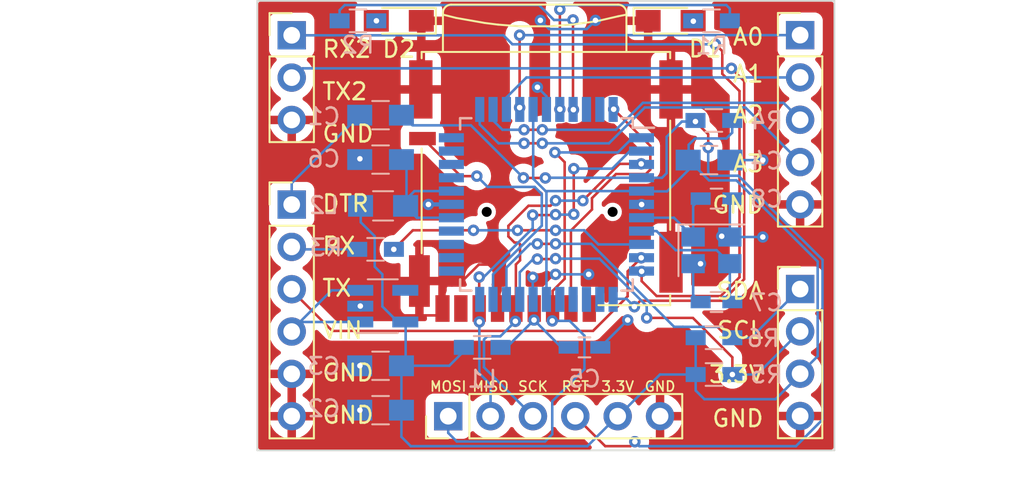
<source format=kicad_pcb>
(kicad_pcb (version 20221018) (generator pcbnew)

  (general
    (thickness 1.6)
  )

  (paper "USLetter")
  (title_block
    (title " \"XSE SDLogger")
    (date "2021-05-29")
    (rev "1.3")
  )

  (layers
    (0 "F.Cu" signal)
    (31 "B.Cu" signal)
    (32 "B.Adhes" user "B.Adhesive")
    (33 "F.Adhes" user "F.Adhesive")
    (34 "B.Paste" user)
    (35 "F.Paste" user)
    (36 "B.SilkS" user "B.Silkscreen")
    (37 "F.SilkS" user "F.Silkscreen")
    (38 "B.Mask" user)
    (39 "F.Mask" user)
    (40 "Dwgs.User" user "User.Drawings")
    (41 "Cmts.User" user "User.Comments")
    (42 "Eco1.User" user "User.Eco1")
    (43 "Eco2.User" user "User.Eco2")
    (44 "Edge.Cuts" user)
    (45 "Margin" user)
    (46 "B.CrtYd" user "B.Courtyard")
    (47 "F.CrtYd" user "F.Courtyard")
    (48 "B.Fab" user)
    (49 "F.Fab" user)
  )

  (setup
    (stackup
      (layer "F.SilkS" (type "Top Silk Screen"))
      (layer "F.Paste" (type "Top Solder Paste"))
      (layer "F.Mask" (type "Top Solder Mask") (thickness 0.01))
      (layer "F.Cu" (type "copper") (thickness 0.035))
      (layer "dielectric 1" (type "core") (thickness 1.51) (material "FR4") (epsilon_r 4.5) (loss_tangent 0.02))
      (layer "B.Cu" (type "copper") (thickness 0.035))
      (layer "B.Mask" (type "Bottom Solder Mask") (thickness 0.01))
      (layer "B.Paste" (type "Bottom Solder Paste"))
      (layer "B.SilkS" (type "Bottom Silk Screen"))
      (copper_finish "None")
      (dielectric_constraints no)
    )
    (pad_to_mask_clearance 0.0508)
    (pcbplotparams
      (layerselection 0x0015054_fffffffe)
      (plot_on_all_layers_selection 0x0000000_00000000)
      (disableapertmacros false)
      (usegerberextensions false)
      (usegerberattributes true)
      (usegerberadvancedattributes true)
      (creategerberjobfile true)
      (dashed_line_dash_ratio 12.000000)
      (dashed_line_gap_ratio 3.000000)
      (svgprecision 4)
      (plotframeref false)
      (viasonmask false)
      (mode 1)
      (useauxorigin false)
      (hpglpennumber 1)
      (hpglpenspeed 20)
      (hpglpendiameter 15.000000)
      (dxfpolygonmode true)
      (dxfimperialunits true)
      (dxfusepcbnewfont true)
      (psnegative false)
      (psa4output false)
      (plotreference true)
      (plotvalue true)
      (plotinvisibletext false)
      (sketchpadsonfab false)
      (subtractmaskfromsilk false)
      (outputformat 4)
      (mirror true)
      (drillshape 0)
      (scaleselection 1)
      (outputdirectory "")
    )
  )

  (net 0 "")
  (net 1 "Net-(C1-Pad1)")
  (net 2 "Net-(C1-Pad2)")
  (net 3 "Net-(C5-Pad2)")
  (net 4 "Net-(C6-Pad2)")
  (net 5 "Net-(C7-Pad2)")
  (net 6 "Net-(C8-Pad2)")
  (net 7 "Net-(D1-Pad2)")
  (net 8 "Net-(D2-Pad2)")
  (net 9 "Net-(J1-Pad2)")
  (net 10 "Net-(J1-Pad3)")
  (net 11 "Net-(J2-Pad1)")
  (net 12 "Net-(J2-Pad2)")
  (net 13 "Net-(J2-Pad3)")
  (net 14 "Net-(J3-Pad1)")
  (net 15 "Net-(J3-Pad2)")
  (net 16 "Net-(J4-Pad1)")
  (net 17 "Net-(J4-Pad2)")
  (net 18 "Net-(J5-Pad1)")
  (net 19 "Net-(J5-Pad2)")
  (net 20 "Net-(J5-Pad3)")
  (net 21 "Net-(J5-Pad4)")
  (net 22 "Net-(R1-Pad1)")
  (net 23 "Net-(R2-Pad1)")
  (net 24 "Net-(R3-Pad2)")
  (net 25 "Net-(U1-Pad13)")
  (net 26 "Net-(U1-Pad14)")
  (net 27 "Net-(U1-Pad15)")
  (net 28 "Net-(U1-Pad16)")
  (net 29 "Net-(U1-Pad22)")
  (net 30 "Net-(U1-Pad23)")
  (net 31 "Net-(U1-Pad24)")
  (net 32 "Net-(U1-Pad25)")
  (net 33 "Net-(U1-Pad26)")
  (net 34 "Net-(U1-Pad30)")
  (net 35 "Net-(U1-Pad31)")
  (net 36 "Net-(U1-Pad32)")
  (net 37 "Net-(U1-Pad33)")
  (net 38 "Net-(U1-Pad42)")
  (net 39 "Net-(U1-Pad43)")
  (net 40 "Net-(U2-Pad4)")
  (net 41 "Net-(J6-Pad10)")
  (net 42 "Net-(J6-Pad1)")
  (net 43 "Net-(J6-Pad2)")
  (net 44 "Net-(J6-Pad8)")
  (net 45 "GND")
  (net 46 "VIN")
  (net 47 "+3V3")

  (footprint "xse-sdlogger:Socket_Strip_Straight_1x03_Pitch2.54mm" (layer "F.Cu") (at 133.7074 91.903))

  (footprint "xse-sdlogger:Socket_Strip_Straight_1x04_Pitch2.54mm" (layer "F.Cu") (at 164.1874 107.133))

  (footprint "xse-sdlogger:Socket_Strip_Straight_1x05_Pitch2.54mm" (layer "F.Cu") (at 164.1874 91.893))

  (footprint "xse-sdlogger:Socket_Strip_Straight_1x06_Pitch2.54mm" (layer "F.Cu") (at 143.08986 114.763 90))

  (footprint "xse-sdlogger:LED_0805_HandSoldering" (layer "F.Cu") (at 156.425 91.0336))

  (footprint "xse-sdlogger:Socket_Strip_Straight_1x06_Pitch2.54mm" (layer "F.Cu") (at 133.7074 102.063))

  (footprint "xse-sdlogger:microSD_Card_Reverse_Yamaichi_PSJ-008-2003-1" (layer "F.Cu") (at 148.9473 102.5017 90))

  (footprint "xse-sdlogger:LED_0805_HandSoldering" (layer "F.Cu") (at 140.1274 91.0336 180))

  (footprint "xse-sdlogger:C_0805_HandSoldering" (layer "B.Cu") (at 139.0342 99.361766))

  (footprint "xse-sdlogger:TQFP-44_10x10mm_Pitch0.8mm" (layer "B.Cu") (at 148.979 102.053 180))

  (footprint "xse-sdlogger:R_0603_HandSoldering" (layer "B.Cu") (at 138.7342 104.749698))

  (footprint "xse-sdlogger:C_0805_HandSoldering" (layer "B.Cu") (at 139.0342 96.6978))

  (footprint "xse-sdlogger:R_0603_HandSoldering" (layer "B.Cu") (at 137.6774 91.0336))

  (footprint "xse-sdlogger:R_0603_HandSoldering" (layer "B.Cu") (at 158.875 91.0336 180))

  (footprint "xse-sdlogger:C_0603_HandSoldering" (layer "B.Cu") (at 151.257 110.633 180))

  (footprint "xse-sdlogger:L_0603_HandSoldering" (layer "B.Cu") (at 145.126 110.633))

  (footprint "xse-sdlogger:C_0805_HandSoldering" (layer "B.Cu") (at 139.0342 114.4016))

  (footprint "xse-sdlogger:C_0805_HandSoldering" (layer "B.Cu") (at 139.0342 111.73763))

  (footprint "xse-sdlogger:SOT-23-5_HandSoldering" (layer "B.Cu") (at 139.1666 108.158664))

  (footprint "xse-sdlogger:L_0805_HandSoldering" (layer "B.Cu") (at 139.1842 102.140732))

  (footprint "xse-sdlogger:C_0603_HandSoldering" (layer "B.Cu") (at 159.1755 101.705692 180))

  (footprint "xse-sdlogger:R_0603_HandSoldering" (layer "B.Cu") (at 159.0255 112.26148))

  (footprint "xse-sdlogger:R_0603_HandSoldering" (layer "B.Cu") (at 159.0255 110.05378))

  (footprint "xse-sdlogger:R_0603_HandSoldering" (layer "B.Cu") (at 159.0155 97.0153 180))

  (footprint "xse-sdlogger:IQD_3.2x2.5mm" (layer "B.Cu") (at 158.8734 104.808388 180))

  (footprint "xse-sdlogger:C_0805_HandSoldering" (layer "B.Cu") (at 158.7255 99.392996 180))

  (footprint "xse-sdlogger:C_0603_HandSoldering" (layer "B.Cu") (at 159.1755 107.911084))

  (gr_line (start 131.6434 89.835) (end 131.6434 116.814)
    (stroke (width 0.1) (type solid)) (layer "Edge.Cuts") (tstamp 00000000-0000-0000-0000-0000608f8f5c))
  (gr_line (start 166.2434 89.835) (end 166.2434 116.814)
    (stroke (width 0.1) (type solid)) (layer "Edge.Cuts") (tstamp 00000000-0000-0000-0000-0000608f8f5f))
  (gr_line (start 131.6434 116.814) (end 166.2434 116.814)
    (stroke (width 0.1) (type solid)) (layer "Edge.Cuts") (tstamp 00000000-0000-0000-0000-0000608f8f62))
  (gr_line (start 131.6434 89.835) (end 166.2434 89.835)
    (stroke (width 0.1) (type solid)) (layer "Edge.Cuts") (tstamp 00000000-0000-0000-0000-0000608f8f65))
  (gr_text "GND" (at 137.080628 114.6955) (layer "F.SilkS") (tstamp 00000000-0000-0000-0000-0000608fb88b)
    (effects (font (size 1 1) (thickness 0.15)))
  )
  (gr_text "VIN" (at 136.747295 109.6155) (layer "F.SilkS") (tstamp 00000000-0000-0000-0000-0000608fb88e)
    (effects (font (size 1 1) (thickness 0.15)))
  )
  (gr_text "RX" (at 136.533009 104.5355) (layer "F.SilkS") (tstamp 00000000-0000-0000-0000-0000608fb891)
    (effects (font (size 1 1) (thickness 0.15)))
  )
  (gr_text "TX" (at 136.413962 107.0755) (layer "F.SilkS") (tstamp 00000000-0000-0000-0000-0000608fb894)
    (effects (font (size 1 1) (thickness 0.15)))
  )
  (gr_text "TX2" (at 136.890152 95.2755) (layer "F.SilkS") (tstamp 00000000-0000-0000-0000-0000608fb897)
    (effects (font (size 1 1) (thickness 0.15)))
  )
  (gr_text "GND" (at 137.080628 112.1555) (layer "F.SilkS") (tstamp 00000000-0000-0000-0000-0000608fb89a)
    (effects (font (size 1 1) (thickness 0.15)))
  )
  (gr_text "DTR" (at 136.937771 101.9955) (layer "F.SilkS") (tstamp 00000000-0000-0000-0000-0000608fb89d)
    (effects (font (size 1 1) (thickness 0.15)))
  )
  (gr_text "RX2" (at 137.0092 92.7355) (layer "F.SilkS") (tstamp 00000000-0000-0000-0000-0000608fb8a0)
    (effects (font (size 1 1) (thickness 0.15)))
  )
  (gr_text "GND" (at 137.080628 97.8155) (layer "F.SilkS") (tstamp 00000000-0000-0000-0000-0000608fb8a3)
    (effects (font (size 1 1) (thickness 0.15)))
  )
  (gr_text "A0" (at 161.074 91.9988) (layer "F.SilkS") (tstamp 00000000-0000-0000-0000-0000608fb9fb)
    (effects (font (size 1 1) (thickness 0.15)))
  )
  (gr_text "A1" (at 161.074 94.2213) (layer "F.SilkS") (tstamp 00000000-0000-0000-0000-0000608fbb7b)
    (effects (font (size 1 1) (thickness 0.15)))
  )
  (gr_text "A2" (at 161.074 96.6597) (layer "F.SilkS") (tstamp 00000000-0000-0000-0000-0000608fbb7d)
    (effects (font (size 1 1) (thickness 0.15)))
  )
  (gr_text "A3" (at 161.074 99.6061) (layer "F.SilkS") (tstamp 00000000-0000-0000-0000-0000608fbb7f)
    (effects (font (size 1 1) (thickness 0.15)))
  )
  (gr_text "GND" (at 160.454952 102.0826) (layer "F.SilkS") (tstamp 00000000-0000-0000-0000-0000608fbb81)
    (effects (font (size 1 1) (thickness 0.15)))
  )
  (gr_text "SDA" (at 160.574 107.2515) (layer "F.SilkS") (tstamp 00000000-0000-0000-0000-0000608fbbaa)
    (effects (font (size 1 1) (thickness 0.15)))
  )
  (gr_text "SCL" (at 160.597809 109.601) (layer "F.SilkS") (tstamp 00000000-0000-0000-0000-0000608fbbac)
    (effects (font (size 1 1) (thickness 0.15)))
  )
  (gr_text "3.3V" (at 160.359714 112.2553) (layer "F.SilkS") (tstamp 00000000-0000-0000-0000-0000608fbbae)
    (effects (font (size 1 1) (thickness 0.15)))
  )
  (gr_text "GND" (at 160.454952 114.8969) (layer "F.SilkS") (tstamp 00000000-0000-0000-0000-0000608fbbb0)
    (effects (font (size 1 1) (thickness 0.15)))
  )
  (gr_text "MISO" (at 145.62986 112.9792) (layer "F.SilkS") (tstamp 00000000-0000-0000-0000-00006090b416)
    (effects (font (size 0.6 0.6) (thickness 0.1)))
  )
  (gr_text "SCK" (at 148.16986 112.9792) (layer "F.SilkS") (tstamp 00000000-0000-0000-0000-00006090b499)
    (effects (font (size 0.6 0.6) (thickness 0.1)))
  )
  (gr_text "RST" (at 150.70986 112.9792) (layer "F.SilkS") (tstamp 00000000-0000-0000-0000-00006090b49c)
    (effects (font (size 0.6 0.6) (thickness 0.1)))
  )
  (gr_text "3.3V" (at 153.24986 112.9792) (layer "F.SilkS") (tstamp 00000000-0000-0000-0000-00006090b49f)
    (effects (font (size 0.6 0.6) (thickness 0.1)))
  )
  (gr_text "GND" (at 155.78986 112.9792) (layer "F.SilkS") (tstamp 00000000-0000-0000-0000-00006090b4bf)
    (effects (font (size 0.6 0.6) (thickness 0.1)))
  )
  (gr_text "MOSI" (at 143.08986 112.9792) (layer "F.SilkS") (tstamp 47f83b4f-34c0-4005-b0c0-9ba883a25bc8)
    (effects (font (size 0.6 0.6) (thickness 0.1)))
  )
  (gr_text "XSE SDLogger V1.3" (at 148.9473 111.0932) (layer "F.Mask") (tstamp ea6416f5-3cd5-4a2a-bb5e-ab38e8d7c94c)
    (effects (font (size 1.1 1.1) (thickness 0.25)))
  )

  (segment (start 133.7074 102.063) (end 133.7074 100.7782) (width 0.1524) (layer "B.Cu") (net 1) (tstamp 4dc8f1c3-faf7-49b9-ae0d-a51e4dac288d))
  (segment (start 133.7074 100.7782) (end 133.7056 100.7764) (width 0.1524) (layer "B.Cu") (net 1) (tstamp b4f4079e-1444-48ef-b2f9-571fd2354ea9))
  (segment (start 137.7842 96.6978) (end 133.7056 100.7764) (width 0.1524) (layer "B.Cu") (net 1) (tstamp ceab372d-a84a-412c-9449-54c67dd366dd))
  (segment (start 148.912652 100.464548) (end 147.606948 100.464548) (width 0.1524) (layer "F.Cu") (net 2) (tstamp 1bb4a04b-35d7-4f70-ab4b-243501618198))
  (segment (start 158.677887 97.844887) (end 157.9118 97.0788) (width 0.1524) (layer "F.Cu") (net 2) (tstamp 65190b10-701d-4b5f-8f74-e24319fdfda6))
  (segment (start 158.677887 98.6409) (end 158.677887 97.844887) (width 0.1524) (layer "F.Cu") (net 2) (tstamp ad5c7cfd-673f-4e6f-905a-f488758b315a))
  (segment (start 152.50179 116.56079) (end 150.749 114.808) (width 0.1524) (layer "F.Cu") (net 2) (tstamp c6ed7ab6-206d-4d29-84b8-2433298c190a))
  (segment (start 154.2796 116.2941) (end 154.01291 116.56079) (width 0.1524) (layer "F.Cu") (net 2) (tstamp c9dd7571-7494-46cc-86d0-4a7a10f76286))
  (segment (start 147.606948 100.464548) (end 147.5994 100.457) (width 0.1524) (layer "F.Cu") (net 2) (tstamp cd1db33a-49da-466a-b3e5-da59ddbb6a5d))
  (segment (start 154.01291 116.56079) (end 152.50179 116.56079) (width 0.1524) (layer "F.Cu") (net 2) (tstamp d8a51b44-e12c-4c9a-ab60-2eada021ee32))
  (via (at 154.2796 116.2941) (size 0.6858) (drill 0.3302) (layers "F.Cu" "B.Cu") (net 2) (tstamp 09cb5385-c30c-426d-bb35-62ea6ba6812e))
  (via (at 157.9118 97.0788) (size 0.6858) (drill 0.3302) (layers "F.Cu" "B.Cu") (net 2) (tstamp 4c9ba9a3-da6d-4b0a-92ee-967554737e26))
  (via (at 147.5994 100.457) (size 0.6858) (drill 0.3302) (layers "F.Cu" "B.Cu") (net 2) (tstamp 649751da-bf97-461d-898e-e4b30061303f))
  (via (at 148.912652 100.464548) (size 0.6858) (drill 0.3302) (layers "F.Cu" "B.Cu") (net 2) (tstamp acc80798-f054-4d05-8a9d-4bf6c5f3a792))
  (via (at 158.677887 98.6409) (size 0.6858) (drill 0.3302) (layers "F.Cu" "B.Cu") (net 2) (tstamp db13eee7-d181-431e-8282-34ae2d048ced))
  (segment (start 157.0996 97.0788) (end 156.1846 97.9938) (width 0.1524) (layer "B.Cu") (net 2) (tstamp 0ff18c48-28cf-4042-b914-6dad5d72187e))
  (segment (start 156.1846 100.1776) (end 155.9052 100.457) (width 0.1524) (layer "B.Cu") (net 2) (tstamp 158c3a32-c029-4716-8376-a170d4fc280f))
  (segment (start 158.677887 100.167543) (end 158.677887 98.6409) (width 0.1524) (layer "B.Cu") (net 2) (tstamp 1c6d960c-13d2-4217-b8be-6a532fbd3dd8))
  (segment (start 155.9052 100.457) (end 154.6098 100.457) (width 0.1524) (layer "B.Cu") (net 2) (tstamp 1ce355a7-9322-4017-b9ec-2b550fd6f92f))
  (segment (start 165.5318 105.376086) (end 160.485705 100.32999) (width 0.1524) (layer "B.Cu") (net 2) (tstamp 483064fb-21bd-45d8-a0f0-c01bba78cb06))
  (segment (start 157.9155 97.0153) (end 157.9155 97.0751) (width 0.1524) (layer "B.Cu") (net 2) (tstamp 48ed7202-cb52-4144-8bd6-8a0d63265d32))
  (segment (start 148.9242 100.453) (end 148.912652 100.464548) (width 0.1524) (layer "B.Cu") (net 2) (tstamp 55434a79-cf1b-401a-a0d1-6515962210c3))
  (segment (start 147.5994 100.457) (end 144.4498 97.3074) (width 0.1524) (layer "B.Cu") (net 2) (tstamp 8cc2730f-42ae-4ced-a3af-a626a63d4da9))
  (segment (start 157.9155 97.0751) (end 157.9118 97.0788) (width 0.1524) (layer "B.Cu") (net 2) (tstamp 9b2faaee-ca02-4013-a82b-a70768fec197))
  (segment (start 154.54629 116.56079) (end 163.938348 116.56079) (width 0.1524) (layer "B.Cu") (net 2) (tstamp 9f0bb02d-6d51-4437-bd6a-710b16d3f043))
  (segment (start 140.9446 97.3074) (end 144.4498 97.3074) (width 0.1524) (layer "B.Cu") (net 2) (tstamp a872334a-199f-4076-86f3-568c745788c7))
  (segment (start 158.840334 100.32999) (end 158.677887 100.167543) (width 0.1524) (layer "B.Cu") (net 2) (tstamp b524243b-e703-4979-861e-783659f2c603))
  (segment (start 165.5318 114.967338) (end 165.5318 105.376086) (width 0.1524) (layer "B.Cu") (net 2) (tstamp c0b0a293-0193-4024-a561-dcf1693bdcd5))
  (segment (start 163.938348 116.56079) (end 165.5318 114.967338) (width 0.1524) (layer "B.Cu") (net 2) (tstamp c9aae63d-5eff-43f8-ac63-e3d85705853f))
  (segment (start 154.2796 116.2941) (end 154.54629 116.56079) (width 0.1524) (layer "B.Cu") (net 2) (tstamp d4862134-7f48-4acb-b477-62b4000f0bd5))
  (segment (start 160.485705 100.32999) (end 158.840334 100.32999) (width 0.1524) (layer "B.Cu") (net 2) (tstamp eb80a092-aeb7-4d78-aa82-bccb99d7eb65))
  (segment (start 154.679 100.453) (end 148.9242 100.453) (width 0.1524) (layer "B.Cu") (net 2) (tstamp f210cc46-d95e-41dd-9a68-3a4a54a3e6ea))
  (segment (start 156.1846 97.9938) (end 156.1846 100.1776) (width 0.1524) (layer "B.Cu") (net 2) (tstamp f879458a-0993-4bd6-a55c-fb4bf5d4c247))
  (segment (start 157.9118 97.0788) (end 157.0996 97.0788) (width 0.1524) (layer "B.Cu") (net 2) (tstamp f9610557-cdbc-4380-a246-ff805cc8cb8e))
  (via (at 148.2344 108.9914) (size 0.6858) (drill 0.3302) (layers "F.Cu" "B.Cu") (net 3) (tstamp 4be1842d-03d4-44c9-96b4-b523d7864f63))
  (segment (start 146.574 110.633) (end 146.5834 110.6424) (width 0.1524) (layer "B.Cu") (net 3) (tstamp 57584da7-332a-4b5d-ab53-d9c3b63dcd45))
  (segment (start 146.5834 110.6424) (end 146.2278 110.6424) (width 0.1524) (layer "B.Cu") (net 3) (tstamp 6efea2fe-8400-4860-9e89-067a0d01f119))
  (segment (start 146.226 110.633) (end 146.574 110.633) (width 0.1524) (layer "B.Cu") (net 3) (tstamp 9fde80cd-7c3a-4f65-a37b-383d0ef34d01))
  (segment (start 149.8854 110.6424) (end 150.368 110.6424) (width 0.1524) (layer "B.Cu") (net 3) (tstamp b03512d0-3599-4c89-9339-729b3bec6138))
  (segment (start 148.2344 108.9914) (end 149.8854 110.6424) (width 0.1524) (layer "B.Cu") (net 3) (tstamp e4c668b1-b060-445e-af38-7acce1d77cfd))
  (segment (start 148.2344 108.9914) (end 146.5834 110.6424) (width 0.1524) (layer "B.Cu") (net 3) (tstamp f0bc6897-9c4d-49f4-8a8d-de3e8a370253))
  (segment (start 143.279 102.853) (end 141.207 102.853) (width 0.1524) (layer "B.Cu") (net 4) (tstamp 1c5a2d85-4f0e-4198-9416-f04af0d176ad))
  (segment (start 140.589 99.5934) (end 140.589 102.108) (width 0.1524) (layer "B.Cu") (net 4) (tstamp 7a2c16b1-a1a1-46e5-88f5-7fe4a8166056))
  (segment (start 141.063 101.253) (end 140.5128 101.8032) (width 0.1524) (layer "B.Cu") (net 4) (tstamp 8f1e8a82-e877-4fd7-a079-141fb3999a7d))
  (segment (start 141.207 102.853) (end 140.5128 102.1588) (width 0.1524) (layer "B.Cu") (net 4) (tstamp ac104e2e-10b4-4233-bedb-4d1f9f1e4c04))
  (segment (start 140.357366 99.361766) (end 140.589 99.5934) (width 0.1524) (layer "B.Cu") (net 4) (tstamp b05a765f-3d2f-487e-b847-a495679fc3fa))
  (segment (start 143.279 101.253) (end 141.063 101.253) (width 0.1524) (layer "B.Cu") (net 4) (tstamp b107160a-3b1a-47b1-9e19-53fcab2d05d7))
  (segment (start 140.2842 99.361766) (end 140.357366 99.361766) (width 0.1524) (layer "B.Cu") (net 4) (tstamp b6cbec03-4978-4895-86dc-da8c4841b301))
  (segment (start 155.5814 103.653) (end 156.7288 104.8004) (width 0.1524) (layer "B.Cu") (net 5) (tstamp 21e95713-238e-45d7-bd3e-9f84d36380db))
  (segment (start 159.9734 105.608388) (end 159.9734 107.751) (width 0.1524) (layer "B.Cu") (net 5) (tstamp 550ec8e6-ae5a-45ca-92bc-eaf07cccc94e))
  (segment (start 159.1818 104.8004) (end 159.9692 105.5878) (width 0.1524) (layer "B.Cu") (net 5) (tstamp 5a6214b7-294d-4ca7-aa31-3d126ecee049))
  (segment (start 159.9734 107.751) (end 160.147 107.9246) (width 0.1524) (layer "B.Cu") (net 5) (tstamp 7fd8feae-0095-4e07-a078-992b632ffa15))
  (segment (start 156.7288 104.8004) (end 159.1818 104.8004) (width 0.1524) (layer "B.Cu") (net 5) (tstamp a5a36265-724a-43a2-a631-2704b2c49009))
  (segment (start 154.679 103.653) (end 155.5814 103.653) (width 0.1524) (layer "B.Cu") (net 5) (tstamp ac501b18-c1b1-4880-8be8-0498426ad7f9))
  (segment (start 154.679 102.853) (end 156.6248 102.853) (width 0.1524) (layer "B.Cu") (net 6) (tstamp 1d74fda1-e3de-4c6e-93bb-9a402c58e744))
  (segment (start 156.6248 102.853) (end 157.7594 103.9876) (width 0.1524) (layer "B.Cu") (net 6) (tstamp 546167d0-7514-493c-ae2c-0c39031913ec))
  (segment (start 157.7734 104.008388) (end 157.7734 102.1448) (width 0.1524) (layer "B.Cu") (net 6) (tstamp 7d78e4f8-bf09-42f3-8e3d-1e53f57ba6e0))
  (segment (start 157.7734 102.1448) (end 158.1912 101.727) (width 0.1524) (layer "B.Cu") (net 6) (tstamp e9b6b2a0-a7a7-43e0-a121-16d684a0818f))
  (via (at 157.7848 91.059) (size 0.6858) (drill 0.3302) (layers "F.Cu" "B.Cu") (net 7) (tstamp f07554fb-e1de-4aad-9504-605db154ca25))
  (via (at 138.7856 91.0336) (size 0.6858) (drill 0.3302) (layers "F.Cu" "B.Cu") (net 8) (tstamp 063b9410-bbaf-4a34-a6ec-c495874693dc))
  (segment (start 137.6342 104.749698) (end 133.858098 104.749698) (width 0.1524) (layer "B.Cu") (net 9) (tstamp 4a877071-4461-4d4c-a73c-d7f0e9fb26e2))
  (segment (start 133.858098 104.749698) (end 133.731 104.6226) (width 0.1524) (layer "B.Cu") (net 9) (tstamp e400cc88-2906-416d-b3fe-d49eb8b19653))
  (segment (start 133.731 107.2388) (end 136.138203 109.646003) (width 0.1524) (layer "F.Cu") (net 10) (tstamp 73d55683-6f1a-46b1-b013-f6806ce22e98))
  (segment (start 151.770795 109.646003) (end 153.8478 107.568998) (width 0.1524) (layer "F.Cu") (net 10) (tstamp bc12894b-55c2-462e-b9ac-9259a6f7eab2))
  (segment (start 153.8478 106.0704) (end 154.6606 105.2576) (width 0.1524) (layer "F.Cu") (net 10) (tstamp c3dd171b-e4b9-4348-a95c-c4dc45517a55))
  (segment (start 136.138203 109.646003) (end 151.770795 109.646003) (width 0.1524) (layer "F.Cu") (net 10) (tstamp f70fc694-465d-4ab8-bbe5-6dc190d23d85))
  (segment (start 153.8478 107.568998) (end 153.8478 106.0704) (width 0.1524) (layer "F.Cu") (net 10) (tstamp f875bd98-3fa7-45ac-9066-74362ec6f381))
  (via (at 154.6606 105.2576) (size 0.6858) (drill 0.3302) (layers "F.Cu" "B.Cu") (net 10) (tstamp 41eaa886-15c5-4b11-b74a-4c522f53e65b))
  (segment (start 149.352 107.2388) (end 149.352 108.204) (width 0.1524) (layer "F.Cu") (net 11) (tstamp 0cb2f873-8c39-4708-aec7-7880db52587b))
  (segment (start 149.486585 98.931805) (end 150.071201 99.516421) (width 0.1524) (layer "F.Cu") (net 11) (tstamp 13de4e2c-5da1-48f5-8322-32d81723f6da))
  (segment (start 150.071201 99.516421) (end 150.071201 106.519599) (width 0.1524) (layer "F.Cu") (net 11) (tstamp 5f648492-d07a-4dc9-8946-a0ca7973280a))
  (segment (start 150.071201 106.519599) (end 149.352 107.2388) (width 0.1524) (layer "F.Cu") (net 11) (tstamp e7afa151-1888-4655-8967-b8c506922002))
  (via (at 149.3266 109.0422) (size 0.6858) (drill 0.3302) (layers "F.Cu" "B.Cu") (net 11) (tstamp 9c91daba-b19e-4e46-ba30-d37c5ed814fe))
  (via (at 149.486585 98.931805) (size 0.6858) (drill 0.3302) (layers "F.Cu" "B.Cu") (net 11) (tstamp c437e20d-3cf3-416d-8849-34a0008f7c19))
  (segment (start 149.3266 113.8682) (end 151.257 111.9378) (width 0.1524) (layer "B.Cu") (net 11) (tstamp 17228f6b-4b6d-40eb-8642-71b6d30949ec))
  (segment (start 154.679 98.053) (end 154.1436 98.053) (width 0.1524) (layer "B.Cu") (net 11) (tstamp 186746a8-265c-48fb-a738-12c210a8f8f9))
  (segment (start 149.486585 98.931805) (end 153.264795 98.931805) (width 0.1524) (layer "B.Cu") (net 11) (tstamp 1cd7065e-dfbe-44e2-8b71-bc7dc70e38a8))
  (segment (start 151.257 109.9312) (end 150.368 109.0422) (width 0.1524) (layer "B.Cu") (net 11) (tstamp 351519b5-5adb-4ed3-985e-dc4845131808))
  (segment (start 149.3266 115.8494) (end 149.3266 113.8682) (width 0.1524) (layer "B.Cu") (net 11) (tstamp 3cc830f0-7b27-498a-97ec-5dfe57a567bc))
  (segment (start 143.08986 114.763) (end 143.08986 115.7654) (width 0.1524) (layer "B.Cu") (net 11) (tstamp 5c9e9575-41e5-437d-a273-838611c7548b))
  (segment (start 154.1436 98.053) (end 153.264795 98.931805) (width 0.1524) (layer "B.Cu") (net 11) (tstamp 656a142d-84db-4617-898f-6dcfca6b7740))
  (segment (start 150.368 109.0422) (end 149.3266 109.0422) (width 0.1524) (layer "B.Cu") (net 11) (tstamp a2956478-ff2a-40b6-b57b-c07c94b72fe5))
  (segment (start 143.60584 116.28138) (end 148.89462 116.28138) (width 0.1524) (layer "B.Cu") (net 11) (tstamp a9d8ece5-7181-4b15-8ce8-54ff568f5771))
  (segment (start 143.08986 115.7654) (end 143.60584 116.28138) (width 0.1524) (layer "B.Cu") (net 11) (tstamp c1cef454-e422-471c-b9b5-86315473301e))
  (segment (start 151.257 111.9378) (end 151.257 109.9312) (width 0.1524) (layer "B.Cu") (net 11) (tstamp c5bc9639-1890-4104-8837-eabb67121c79))
  (segment (start 148.89462 116.28138) (end 149.3266 115.8494) (width 0.1524) (layer "B.Cu") (net 11) (tstamp f9c9da8a-68fd-4d9d-9008-a68a36ff7df2))
  (segment (start 149.499701 102.6922) (end 149.525101 102.6668) (width 0.1524) (layer "F.Cu") (net 12) (tstamp 0b2f21ad-35c4-4fe8-bed1-0b6fa647bca5))
  (segment (start 150.617301 102.6414) (end 150.617301 99.9069) (width 0.1524) (layer "F.Cu") (net 12) (tstamp 1a25adbc-15dd-4424-9d7e-4ceb9b687c0e))
  (segment (start 148.15349 102.6922) (end 149.499701 102.6922) (width 0.1524) (layer "F.Cu") (net 12) (tstamp 5da00ceb-3cde-4bb0-a500-4b70d1beda90))
  (segment (start 144.9578 109.099902) (end 144.9578 108.585) (width 0.1524) (layer "F.Cu") (net 12) (tstamp 952ab97d-6770-4b73-9525-8b33bb833fcc))
  (segment (start 144.9473 108.3017) (end 144.9473 106.4111) (width 0.1524) (layer "F.Cu") (net 12) (tstamp f0ebae5c-91af-4141-a921-c2b7bdb343c8))
  (via (at 149.525101 102.6668) (size 0.6858) (drill 0.3302) (layers "F.Cu" "B.Cu") (net 12) (tstamp 4921cad9-007c-42b3-b764-974485df9b64))
  (via (at 150.617301 99.9069) (size 0.6858) (drill 0.3302) (layers "F.Cu" "B.Cu") (net 12) (tstamp 4c205f55-9b79-4a9b-bd8e-3300fc260385))
  (via (at 144.9578 109.099902) (size 0.6858) (drill 0.3302) (layers "F.Cu" "B.Cu") (net 12) (tstamp 5bdc95e2-e35a-4a64-89a6-1e194d20269b))
  (via (at 150.617301 102.6414) (size 0.6858) (drill 0.3302) (layers "F.Cu" "B.Cu") (net 12) (tstamp a9462d94-d09f-425b-b5c5-5d926904f501))
  (via (at 144.9473 106.4111) (size 0.6858) (drill 0.3302) (layers "F.Cu" "B.Cu") (net 12) (tstamp eba20dcd-f262-4065-be38-29f7b93a013b))
  (via (at 148.15349 102.6922) (size 0.6858) (drill 0.3302) (layers "F.Cu" "B.Cu") (net 12) (tstamp f5c5976d-7ce1-4105-a774-b129d1ab12cb))
  (segment (start 152.9247 99.9069) (end 153.9494 98.8822) (width 0.1524) (layer "B.Cu") (net 12) (tstamp 2558a61d-8ff7-4d5d-bceb-a7d57feafb56))
  (segment (start 144.956201 112.190201) (end 144.956201 109.101501) (width 0.1524) (layer "B.Cu") (net 12) (tstamp 3318144e-a401-4723-8a1a-f1da7db7c29a))
  (segment (start 145.62986 114.763) (end 145.62986 112.86386) (width 0.1524) (layer "B.Cu") (net 12) (tstamp 428a1d45-88fb-4cba-8c58-7e875f2db6ef))
  (segment (start 144.956201 109.101501) (end 144.9578 109.099902) (width 0.1524) (layer "B.Cu") (net 12) (tstamp 44f929cb-bec3-4a70-a04c-9d4c70979d5e))
  (segment (start 150.591901 102.6668) (end 150.617301 102.6414) (width 0.1524) (layer "B.Cu") (net 12) (tstamp 4859972c-ef89-42a9-8117-accaee55f690))
  (segment (start 149.525101 102.6668) (end 150.591901 102.6668) (width 0.1524) (layer "B.Cu") (net 12) (tstamp 87637870-404f-44f7-b026-f96ac90ea220))
  (segment (start 144.956201 112.190201) (end 145.62986 112.86386) (width 0.1524) (layer "B.Cu") (net 12) (tstamp 9c8ef993-afb9-4d27-8457-27f7c2a8168c))
  (segment (start 150.617301 99.9069) (end 152.9247 99.9069) (width 0.1524) (layer "B.Cu") (net 12) (tstamp ab8164fd-fab8-4cc4-8926-c8b2f89379ec))
  (segment (start 148.15349 102.6922) (end 148.15349 103.481421) (width 0.1524) (layer "B.Cu") (net 12) (tstamp c38a79cc-19c6-4b19-988c-8d898aa2c988))
  (segment (start 148.15349 103.481421) (end 145.223811 106.4111) (width 0.1524) (layer "B.Cu") (net 12) (tstamp c43d7552-c67c-4189-84c1-1a29de27bf0d))
  (segment (start 153.9494 98.8822) (end 154.8638 98.8822) (width 0.1524) (layer "B.Cu") (net 12) (tstamp c4bf2401-5334-4f48-83b8-05fc8ceff2d6))
  (segment (start 145.223811 106.4111) (end 144.9473 106.4111) (width 0.1524) (layer "B.Cu") (net 12) (tstamp ce22d0f9-909b-4107-a366-600aa741ceff))
  (segment (start 147.1473 108.3017) (end 147.1473 105.6589) (width 0.1524) (layer "F.Cu") (net 13) (tstamp 0e3b5ded-44c6-405c-bc8d-a0eb5f5c969d))
  (segment (start 146.697699 103.339761) (end 147.90406 102.1334) (width 0.1524) (layer "F.Cu") (net 13) (tstamp 2afae69d-9349-4877-ac3a-9123190c587a))
  (segment (start 147.2946 104.3432) (end 147.066 104.3432) (width 0.1524) (layer "F.Cu") (net 13) (tstamp 3393780d-f683-4cd7-b0b7-750ab4f5a9d3))
  (segment (start 146.697699 103.974899) (end 146.697699 103.339761) (width 0.1524) (layer "F.Cu") (net 13) (tstamp 4afd43ba-2a2b-47af-990f-faf6d8806b95))
  (segment (start 151.8198 101.1722) (end 151.900001 101.092) (width 0.1524) (layer "F.Cu") (net 13) (tstamp 5456ac40-2bc8-4e45-909a-95404cf1ce08))
  (segment (start 151.8198 101.1642) (end 151.8198 101.1722) (width 0.1524) (layer "F.Cu") (net 13) (tstamp 57366ffd-aba2-4e34-ae5a-deb0c55e06ce))
  (segment (start 147.90406 102.1334) (end 149.220301 102.1334) (width 0.1524) (layer "F.Cu") (net 13) (tstamp 64004180-55c5-45db-aef6-d86e5e5971d1))
  (segment (start 151.900001 101.092) (end 151.900001 101.083999) (width 0.1524) (layer "F.Cu") (net 13) (tstamp 794eb808-6864-4a99-8009-e2b221759bff))
  (segment (start 153.3652 99.6188) (end 154.6606 99.6188) (width 0.1524) (layer "F.Cu") (net 13) (tstamp 7caa6545-dec9-4819-9a6f-a2c5271bb1bc))
  (segment (start 149.220301 102.1334) (end 149.525101 101.8286) (width 0.1524) (layer "F.Cu") (net 13) (tstamp 7dcfa08f-5a29-409e-9758-2b5c5d96ab11))
  (segment (start 147.1473 105.6589) (end 147.3962 105.41) (width 0.1524) (layer "F.Cu") (net 13) (tstamp 94bdecdb-e496-47c3-a8af-01552ea9c0ce))
  (segment (start 151.900001 101.083999) (end 153.3652 99.6188) (width 0.1524) (layer "F.Cu") (net 13) (tstamp 986e68aa-5b12-4c53-86a8-6417149f8e5d))
  (segment (start 147.3962 104.4448) (end 147.2946 104.3432) (width 0.1524) (layer "F.Cu") (net 13) (tstamp 9a79c53e-9b16-40a5-a3bb-6bf7de2ae9a9))
  (segment (start 151.163401 101.8286) (end 151.163401 101.820599) (width 0.1524) (layer "F.Cu") (net 13) (tstamp 9b437779-2093-447f-b0e9-d4b387e80c06))
  (segment (start 147.3962 105.41) (end 147.3962 104.4448) (width 0.1524) (layer "F.Cu") (net 13) (tstamp b5d4ebd7-94dc-4f68-813b-9599030c1719))
  (segment (start 151.163401 101.820599) (end 151.8198 101.1642) (width 0.1524) (layer "F.Cu") (net 13) (tstamp f7cfd01b-9590-464b-b0f9-731dbe920086))
  (segment (start 147.066 104.3432) (end 146.697699 103.974899) (width 0.1524) (layer "F.Cu") (net 13) (tstamp fea03992-85f4-4e41-ac19-134c6f276978))
  (via (at 151.163401 101.8286) (size 0.6858) (drill 0.3302) (layers "F.Cu" "B.Cu") (net 13) (tstamp 0e9bbdfb-7f21-4942-a8ee-c8149193ad00))
  (via (at 154.6606 99.6188) (size 0.6858) (drill 0.3302) (layers "F.Cu" "B.Cu") (net 13) (tstamp 23b52f0e-b38b-4dfc-8a60-790aa58d84d9))
  (via (at 147.1168 109.0676) (size 0.6858) (drill 0.3302) (layers "F.Cu" "B.Cu") (net 13) (tstamp 76945bcc-d13b-4020-b0bb-4d7520bda273))
  (via (at 149.525101 101.8286) (size 0.6858) (drill 0.3302) (layers "F.Cu" "B.Cu") (net 13) (tstamp ff8c77a6-a1fd-45bb-aa6a-b6e46ea8a057))
  (segment (start 145.235611 110.161389) (end 145.235611 111.828751) (width 0.1524) (layer "B.Cu") (net 13) (tstamp 3b2d9240-30b3-4384-b363-63f6c5e75d55))
  (segment (start 149.525101 101.8286) (end 151.163401 101.8286) (width 0.1524) (layer "B.Cu") (net 13) (tstamp 47ade5a5-5129-4f86-ba29-c20b07099ac5))
  (segment (start 148.16986 114.763) (end 145.235611 111.828751) (width 0.1524) (layer "B.Cu") (net 13) (tstamp 64595307-f1e2-48b4-b493-eed3f7fbad56))
  (segment (start 146.2151 109.9693) (end 147.1168 109.0676) (width 0.1524) (layer "B.Cu") (net 13) (tstamp 67acf364-db32-4111-b778-1036972365e8))
  (segment (start 145.4277 109.9693) (end 146.2151 109.9693) (width 0.1524) (layer "B.Cu") (net 13) (tstamp 67e8f771-547a-42c9-9f0e-2af0d765c1c8))
  (segment (start 145.235611 110.161389) (end 145.4277 109.9693) (width 0.1524) (layer "B.Cu") (net 13) (tstamp a01eadcb-243a-444c-803f-b9b3efd7e33a))
  (segment (start 159.520925 94.217525) (end 159.520925 92.854425) (width 0.1524) (layer "F.Cu") (net 14) (tstamp 0a13e674-2b02-4372-a5ec-f0168e481d4c))
  (segment (start 159.520925 94.217525) (end 160.5534 95.25) (width 0.1524) (layer "F.Cu") (net 14) (tstamp 26224158-b2d3-4d39-84b6-3f4ae0c0e609))
  (segment (start 160.5534 106.426) (end 159.426639 107.552761) (width 0.1524) (layer "F.Cu") (net 14) (tstamp 363b4527-e210-4869-83b5-38e3b2a30688))
  (segment (start 160.5534 95.25) (end 160.5534 106.426) (width 0.1524) (layer "F.Cu") (net 14) (tstamp 5ac156bd-1ec7-4d62-83f2-13571ccd6565))
  (segment (start 159.520925 92.854425) (end 159.1056 92.4391) (width 0.1524) (layer "F.Cu") (net 14) (tstamp 69f93941-8b51-4946-8c9f-b1155a95da08))
  (segment (start 155.584739 107.552761) (end 154.686 106.654022) (width 0.1524) (layer "F.Cu") (net 14) (tstamp 778f1bce-c090-4d93-9b09-9efacebd8308))
  (segment (start 159.426639 107.552761) (end 155.584739 107.552761) (width 0.1524) (layer "F.Cu") (net 14) (tstamp 86ee470f-a2a5-493c-98ff-c4ce1e4bd733))
  (segment (start 154.686 106.0704) (end 154.686 106.654022) (width 0.1524) (layer "F.Cu") (net 14) (tstamp e4704cd5-028d-4600-a3c2-8ef0986321aa))
  (via (at 154.686 106.0704) (size 0.6858) (drill 0.3302) (layers "F.Cu" "B.Cu") (net 14) (tstamp 0002bb60-d6e7-4535-8644-1558761d7330))
  (via (at 159.1056 92.4391) (size 0.6858) (drill 0.3302) (layers "F.Cu" "B.Cu") (net 14) (tstamp 58fa7138-372f-412f-8022-f8243540ee62))
  (segment (start 146.3998 91.903) (end 146.940101 92.443301) (width 0.1524) (layer "B.Cu") (net 14) (tstamp 16890299-9494-483b-b85b-1418989107b5))
  (segment (start 146.940101 92.443301) (end 159.101399 92.443301) (width 0.1524) (layer "B.Cu") (net 14) (tstamp 30072310-82f5-42f8-98e6-3a9398bf6a60))
  (segment (start 159.101399 92.443301) (end 159.1056 92.4391) (width 0.1524) (layer "B.Cu") (net 14) (tstamp 648a36dd-0d8b-41e7-9b50-4a5bd49840d8))
  (segment (start 133.7074 91.903) (end 146.3998 91.903) (width 0.1524) (layer "B.Cu") (net 14) (tstamp a37baff9-ac73-4808-8fdc-44d0dfc55898))
  (segment (start 159.542373 107.832171) (end 160.83281 106.541734) (width 0.1524) (layer "F.Cu") (net 15) (tstamp 196ade92-5e12-4a94-a99b-351d76e5d3a6))
  (segment (start 154.250361 108.192014) (end 154.610204 107.832171) (width 0.1524) (layer "F.Cu") (net 15) (tstamp 6343777d-c8fb-41a0-955d-79424022d9ab))
  (segment (start 154.610204 107.832171) (end 159.542373 107.832171) (width 0.1524) (layer "F.Cu") (net 15) (tstamp 6a64ded6-cd9a-4d15-8e6c-1ce1aae5931a))
  (segment (start 160.83281 94.652684) (end 160.067026 93.8869) (width 0.1524) (layer "F.Cu") (net 15) (tstamp ab7e3799-ca76-4704-9bed-fcdb22bf1ae0))
  (segment (start 160.83281 106.541734) (end 160.83281 94.652684) (width 0.1524) (layer "F.Cu") (net 15) (tstamp aed32733-24f1-473b-ad75-22d1dd3b40df))
  (via (at 160.067026 93.8869) (size 0.6858) (drill 0.3302) (layers "F.Cu" "B.Cu") (net 15) (tstamp 4e786942-862b-4313-9098-5d38351888ef))
  (via (at 154.250361 108.192014) (size 0.6858) (drill 0.3302) (layers "F.Cu" "B.Cu") (net 15) (tstamp da3e6572-1432-41c6-8514-913df5df8357))
  (segment (start 133.8014 94.443) (end 134.3575 93.8869) (width 0.1524) (layer "B.Cu") (net 15) (tstamp 0763db15-837a-4309-9294-0d253bf85add))
  (segment (start 133.7074 94.443) (end 133.8014 94.443) (width 0.1524) (layer "B.Cu") (net 15) (tstamp 369fc79c-e83e-40e8-afd3-76f3e3a712e4))
  (segment (start 153.779747 107.7214) (end 153.1112 107.7214) (width 0.1524) (layer "B.Cu") (net 15) (tstamp 4139611b-fabb-4564-8aad-159e4dcd9c2d))
  (segment (start 154.250361 108.192014) (end 153.779747 107.7214) (width 0.1524) (layer "B.Cu") (net 15) (tstamp b170f07f-5783-4a7c-9812-151c1a8409f5))
  (segment (start 134.3575 93.8869) (end 160.067026 93.8869) (width 0.1524) (layer "B.Cu") (net 15) (tstamp d518afb2-f85f-484f-ab24-4b73d8097a2f))
  (segment (start 149.5251 104.4194) (end 148.4329 104.4194) (width 0.1524) (layer "F.Cu") (net 16) (tstamp 1f3dd39f-e611-4453-8af5-f6d3b950df4d))
  (via (at 149.5251 104.4194) (size 0.6858) (drill 0.3302) (layers "F.Cu" "B.Cu") (net 16) (tstamp 3ea09338-c0cc-4f1c-aaee-cff847c6c325))
  (via (at 148.4329 104.4194) (size 0.6858) (drill 0.3302) (layers "F.Cu" "B.Cu") (net 16) (tstamp 961826dc-191a-4f71-8430-c0bd7d9a1d2d))
  (segment (start 146.579 107.753) (end 146.579 105.8462) (width 0.1524) (layer "B.Cu") (net 16) (tstamp 056c0185-661c-4851-a539-86794a521f87))
  (segment (start 156.633038 109.3978) (end 153.4922 106.256962) (width 0.1524) (layer "B.Cu") (net 16) (tstamp 08821aaf-b4ab-4361-a2f1-572de7f98bee))
  (segment (start 148.0058 104.4194) (end 146.579 105.8462) (width 0.1524) (layer "B.Cu") (net 16) (tstamp 0e8666d3-562d-4da1-b7b1-5457788b3218))
  (segment (start 161.24362 110.05378) (end 164.1094 107.188) (width 0.1524) (layer "B.Cu") (net 16) (tstamp 3a52413b-ee2f-4094-8691-72dd8f49730c))
  (segment (start 153.4922 106.256962) (end 153.4922 106.2482) (width 0.1524) (layer "B.Cu") (net 16) (tstamp 5bf46830-def2-4f6d-a9b5-b7920c37b929))
  (segment (start 160.1255 110.05378) (end 161.24362 110.05378) (width 0.1524) (layer "B.Cu") (net 16) (tstamp 5d504dd7-3f66-42dd-a205-33fe673f8104))
  (segment (start 157.16016 109.3978) (end 156.633038 109.3978) (width 0.1524) (layer "B.Cu") (net 16) (tstamp 786ba5ea-86a8-4d98-96cb-5cfec42874cc))
  (segment (start 159.472299 109.400579) (end 157.162939 109.400579) (width 0.1524) (layer "B.Cu") (net 16) (tstamp 807b9b98-96f6-4648-b914-fc201191d437))
  (segment (start 151.6634 104.4194) (end 149.5251 104.4194) (width 0.1524) (layer "B.Cu") (net 16) (tstamp 8f622cb3-002a-4a4b-b59a-80e130c34cfa))
  (segment (start 153.4922 106.2482) (end 151.6634 104.4194) (width 0.1524) (layer "B.Cu") (net 16) (tstamp 9bc7448d-fdf5-4321-85bc-60987c3fe685))
  (segment (start 157.162939 109.400579) (end 157.16016 109.3978) (width 0.1524) (layer "B.Cu") (net 16) (tstamp c523eb93-45fe-4679-a6d6-74d2a57a4ff1))
  (segment (start 160.1255 110.05378) (end 159.472299 109.400579) (width 0.1524) (layer "B.Cu") (net 16) (tstamp d4ba4c4c-e5ca-446c-8cfa-c57a94ce0b9b))
  (segment (start 148.4329 104.4194) (end 148.0058 104.4194) (width 0.1524) (layer "B.Cu") (net 16) (tstamp f16ec5fe-1809-4f4d-a13d-efc199a1f094))
  (segment (start 149.4997 105.3338) (end 149.5251 105.3084) (width 0.1524) (layer "F.Cu") (net 17) (tstamp 59d11a45-adb3-4f37-8a56-0191b5add4d2))
  (segment (start 160.1255 111.2305) (end 160.1255 112.26148) (width 0.1524) (layer "F.Cu") (net 17) (tstamp a9d0c2e1-25f2-4048-81ff-df60cfd3b802))
  (segment (start 160.1255 111.2305) (end 157.7594 108.8644) (width 0.1524) (layer "F.Cu") (net 17) (tstamp f5f848bd-8bde-46a3-9a64-a7b340bb1b39))
  (segment (start 148.4329 105.3338) (end 149.4997 105.3338) (width 0.1524) (layer "F.Cu") (net 17) (tstamp fcc0413c-28a6-4a61-a2ff-4757c676e357))
  (segment (start 157.7594 108.8644) (end 154.9908 108.8644) (width 0.1524) (layer "F.Cu") (net 17) (tstamp ff0db93d-aad5-43bf-8381-f9eca5b3c283))
  (via (at 149.5251 105.3084) (size 0.6858) (drill 0.3302) (layers "F.Cu" "B.Cu") (net 17) (tstamp 0321fec7-f4c1-46ae-b258-d20181589b76))
  (via (at 154.9908 108.8644) (size 0.6858) (drill 0.3302) (layers "F.Cu" "B.Cu") (net 17) (tstamp 4c44c509-7224-410f-9451-703be8ea5860))
  (via (at 160.1255 112.26148) (size 0.6858) (drill 0.3302) (layers "F.Cu" "B.Cu") (net 17) (tstamp a9f92e7f-7608-4a8f-aa06-e2c637fabbdb))
  (via (at 148.4329 105.3338) (size 0.6858) (drill 0.3302) (layers "F.Cu" "B.Cu") (net 17) (tstamp e2905d1c-d78d-4db2-8d9c-d855fdc50fb4))
  (segment (start 147.379 107.753) (end 147.379 106.1294) (width 0.1524) (layer "B.Cu") (net 17) (tstamp 049421c3-57e7-43b9-8274-b4f41891d34b))
  (segment (start 161.60132 112.26148) (end 164.1602 109.7026) (width 0.1524) (layer "B.Cu") (net 17) (tstamp 1d211ca8-1260-4da3-81f4-14a8ac374b32))
  (segment (start 154.9908 108.8644) (end 154.9908 108.150706) (width 0.1524) (layer "B.Cu") (net 17) (tstamp 48c01b33-33e9-4928-b15a-d19a5d4cfed4))
  (segment (start 152.157256 105.3084) (end 153.21279 106.363934) (width 0.1524) (layer "B.Cu") (net 17) (tstamp 688d99cb-dbdf-440c-8c15-7985f0dc9684))
  (segment (start 147.379 106.1294) (end 147.7936 105.7148) (width 0.1524) (layer "B.Cu") (net 17) (tstamp 7f5cf0af-b112-4fd1-9f04-0045051d8858))
  (segment (start 153.21279 106.363934) (end 153.212791 106.372697) (width 0.1524) (layer "B.Cu") (net 17) (tstamp 7fe67e38-9d35-48f8-ae46-b5346f799093))
  (segment (start 147.7936 105.7148) (end 147.8026 105.7148) (width 0.1524) (layer "B.Cu") (net 17) (tstamp 8d7f7489-6519-4c90-b2b5-731defee2478))
  (segment (start 149.5251 105.3084) (end 152.157256 105.3084) (width 0.1524) (layer "B.Cu") (net 17) (tstamp 9f5fcbff-6fa8-423b-b502-5647399ac1bb))
  (segment (start 147.8026 105.7148) (end 148.1836 105.3338) (width 0.1524) (layer "B.Cu") (net 17) (tstamp a07bbff6-de5c-4d17-9be0-d45facc9c8e5))
  (segment (start 160.1255 112.26148) (end 161.60132 112.26148) (width 0.1524) (layer "B.Cu") (net 17) (tstamp b04302b2-4db7-44ab-9898-27a6bef43e28))
  (segment (start 148.1836 105.3338) (end 148.4329 105.3338) (width 0.1524) (layer "B.Cu") (net 17) (tstamp b8fcdfa9-c9e7-412b-b912-5e9624c27282))
  (segment (start 153.212791 106.372697) (end 154.941247 108.101153) (width 0.1524) (layer "B.Cu") (net 17) (tstamp ba8ce159-212c-4a44-b398-acce15c3e688))
  (segment (start 154.9908 108.150706) (end 154.941247 108.101153) (width 0.1524) (layer "B.Cu") (net 17) (tstamp d29e17f4-5f42-40e2-a47a-231b3b238b0e))
  (segment (start 147.3708 91.8972) (end 147.3708 96.2406) (width 0.1524) (layer "F.Cu") (net 18) (tstamp 3db4afbf-4d2c-45eb-b149-340a4a9f73b2))
  (via (at 147.3708 91.8972) (size 0.6858) (drill 0.3302) (layers "F.Cu" "B.Cu") (net 18) (tstamp 9a45a96f-c550-425f-a289-b8aa2c725e89))
  (via (at 147.3708 96.2406) (size 0.6858) (drill 0.3302) (layers "F.Cu" "B.Cu") (net 18) (tstamp cf0d7fed-e327-4cf2-8b1e-4a54e6a6f0f2))
  (segment (start 147.375 91.893) (end 147.3708 91.8972) (width 0.1524) (layer "B.Cu") (net 18) (tstamp 5ab7248b-9010-44b2-8ff4-0cf6e47140f3))
  (segment (start 164.1874 91.893) (end 147.375 91.893) (width 0.1524) (layer "B.Cu") (net 18) (tstamp ecd69bdc-3a99-48d4-8b05-0304c3f7e02a))
  (segment (start 164.1874 94.433) (end 147.7814 94.433) (width 0.1524) (layer "B.Cu") (net 19) (tstamp c31fc361-2e70-4d59-802c-ccecee4516f7))
  (segment (start 146.579 95.6354) (end 147.7814 94.433) (width 0.1524) (layer "B.Cu") (net 19) (tstamp dabc5a12-8bad-4ab3-a502-53595a717915))
  (segment (start 146.579 96.353) (end 146.579 95.6354) (width 0.1524) (layer "B.Cu") (net 19) (tstamp f13594e4-4f4c-462e-b3ba-43d25333e323))
  (segment (start 147.6375 97.572902) (end 148.7297 97.572902) (width 0.1524) (layer "F.Cu") (net 20) (tstamp 22e87ee0-d0e9-4070-bb58-cda2b38f41b2))
  (via (at 147.6375 97.572902) (size 0.6858) (drill 0.3302) (layers "F.Cu" "B.Cu") (net 20) (tstamp 6963f038-6366-4d39-9137-eaecb42fe0f9))
  (via (at 148.7297 97.572902) (size 0.6858) (drill 0.3302) (layers "F.Cu" "B.Cu") (net 20) (tstamp bd490a79-0eb1-4d79-a6c1-907bc69c7def))
  (segment (start 163.189489 95.955689) (end 164.1856 96.9518) (width 0.1524) (layer "B.Cu") (net 20) (tstamp 13fdce94-edd0-4df5-85e0-d5909a205353))
  (segment (start 153.184447 97.533047) (end 154.761804 95.955689) (width 0.1524) (layer "B.Cu") (net 20) (tstamp 21ff9a18-5219-453a-bc40-15c92b96131c))
  (segment (start 153.144592 97.572902) (end 153.184447 97.533047) (width 0.1524) (layer "B.Cu") (net 20) (tstamp 5d5a13ed-bfa5-4a22-ba18-f0c15f9ab17e))
  (segment (start 154.761804 95.955689) (end 163.189489 95.955689) (width 0.1524) (layer "B.Cu") (net 20) (tstamp 6547e1a6-317a-43ac-8f2f-fb180b7cd35b))
  (segment (start 145.779 96.353) (end 145.779 97.011) (width 0.1524) (layer "B.Cu") (net 20) (tstamp 6864b4b9-017d-4c33-96c7-d7dc2cd662aa))
  (segment (start 145.779 97.011) (end 146.340902 97.572902) (width 0.1524) (layer "B.Cu") (net 20) (tstamp 6aa85221-3092-490f-ab72-57be80e004e6))
  (segment (start 148.7297 97.572902) (end 153.144592 97.572902) (width 0.1524) (layer "B.Cu") (net 20) (tstamp 7f6ef64a-2d00-4654-ab0f-7f6273e29f14))
  (segment (start 146.340902 97.572902) (end 147.6375 97.572902) (width 0.1524) (layer "B.Cu") (net 20) (tstamp ecaa72bf-3314-40ac-868f-46ccbe64b4f2))
  (segment (start 147.6375 98.385705) (end 148.7297 98.385705) (width 0.1524) (layer "F.Cu") (net 21) (tstamp bacee2ab-426e-4499-a2ea-8f1b314240ce))
  (via (at 147.6375 98.385705) (size 0.6858) (drill 0.3302) (layers "F.Cu" "B.Cu") (net 21) (tstamp 83b3929c-ec3c-42ff-b092-c4530f0542ca))
  (via (at 148.7297 98.385705) (size 0.6858) (drill 0.3302) (layers "F.Cu" "B.Cu") (net 21) (tstamp f582b488-34ea-4fc7-9819-30139b896b02))
  (segment (start 152.726933 98.385705) (end 152.747019 98.365619) (width 0.1524) (layer "B.Cu") (net 21) (tstamp 339e9ac5-aaae-40d4-bd85-df0630ef44db))
  (segment (start 144.979 96.353) (end 144.979 97.2554) (width 0.1524) (layer "B.Cu") (net 21) (tstamp 57f8b6d1-7314-42b7-add9-fa48f5af1dbe))
  (segment (start 146.109305 98.385705) (end 147.6375 98.385705) (width 0.1524) (layer "B.Cu") (net 21) (tstamp 6d800e81-06b8-4559-b6dd-814da4d239d8))
  (segment (start 154.877539 96.235099) (end 160.903499 96.235099) (width 0.1524) (layer "B.Cu") (net 21) (tstamp 7ccbd6fc-ba83-4524-a604-7c83049c3eb7))
  (segment (start 160.903499 96.235099) (end 164.1856 99.5172) (width 0.1524) (layer "B.Cu") (net 21) (tstamp e108d5ad-9efd-41fc-ba36-5eb7b6a627d5))
  (segment (start 154.877539 96.235099) (end 152.747019 98.365619) (width 0.1524) (layer "B.Cu") (net 21) (tstamp e8ca7492-7903-46d0-ba48-d705df7bb4bc))
  (segment (start 148.7297 98.385705) (end 152.726933 98.385705) (width 0.1524) (layer "B.Cu") (net 21) (tstamp fdf27a43-f656-4346-99e1-563afe4b3ea7))
  (segment (start 144.979 97.2554) (end 146.109305 98.385705) (width 0.1524) (layer "B.Cu") (net 21) (tstamp ffdf875f-7f5c-4765-be0c-ae11034e3616))
  (segment (start 149.7838 90.3549) (end 149.7838 96.3422) (width 0.1524) (layer "F.Cu") (net 22) (tstamp 3829c080-013c-4512-b4e4-fb779e0f4dd4))
  (via (at 149.7838 90.3549) (size 0.6858) (drill 0.3302) (layers "F.Cu" "B.Cu") (net 22) (tstamp 564f0cd6-9422-44fd-80a0-b07f54675a1b))
  (via (at 149.7838 96.3422) (size 0.6858) (drill 0.3302) (layers "F.Cu" "B.Cu") (net 22) (tstamp a60c57e6-41cb-4e36-9f88-e58bc032af8b))
  (segment (start 159.975 90.3028) (end 159.76041 90.08821) (width 0.1524) (layer "B.Cu") (net 22) (tstamp 23ee3279-1c4c-4c02-9b19-b10ac18c06cb))
  (segment (start 150.05049 90.08821) (end 149.7838 90.3549) (width 0.1524) (layer "B.Cu") (net 22) (tstamp 3e7c19b2-c402-4384-bf95-208bdf426cb5))
  (segment (start 159.975 91.0336) (end 159.975 90.3028) (width 0.1524) (layer "B.Cu") (net 22) (tstamp c7e02280-f2ac-4c23-be86-d4c182bbbc81))
  (segment (start 159.76041 90.08821) (end 150.05049 90.08821) (width 0.1524) (layer "B.Cu") (net 22) (tstamp d596b6ec-a52b-4ea9-a6bd-6f1d8a02ea06))
  (segment (start 150.5712 96.343425) (end 150.59618 96.368405) (width 0.1524) (layer "F.Cu") (net 23) (tstamp 6ab5e9b6-2b76-45eb-b6ff-6cfc2cb97fc0))
  (segment (start 150.5712 90.9828) (end 150.5712 96.343425) (width 0.1524) (layer "F.Cu") (net 23) (tstamp abcfc8da-2a34-47b7-bd63-5341e895c085))
  (via (at 150.5712 90.9828) (size 0.6858) (drill 0.3302) (layers "F.Cu" "B.Cu") (net 23) (tstamp 001aff4c-36c6-48fc-8f18-ce3e09b9c2bb))
  (via (at 150.59618 96.368405) (size 0.6858) (drill 0.3302) (layers "F.Cu" "B.Cu") (net 23) (tstamp af2e718a-5d03-4ee4-b020-e6c7aa1152b8))
  (segment (start 136.88619 90.08821) (end 148.53361 90.08821) (width 0.1524) (layer "B.Cu") (net 23) (tstamp 03dd34c2-dbbf-46d8-8885-7f9fb67e0960))
  (segment (start 136.5774 90.397) (end 136.88619 90.08821) (width 0.1524) (layer "B.Cu") (net 23) (tstamp 1334bac3-12af-4cbc-a060-20eafb2b5de3))
  (segment (start 149.4282 90.9828) (end 150.5712 90.9828) (width 0.1524) (layer "B.Cu") (net 23) (tstamp 2f622962-b71e-4a4f-8fbe-b182f6cacd5c))
  (segment (start 136.5774 91.0336) (end 136.5774 90.397) (width 0.1524) (layer "B.Cu") (net 23) (tstamp de034e69-7065-4e60-b0cc-a624675bb2ce))
  (segment (start 148.53361 90.08821) (end 149.4282 90.9828) (width 0.1524) (layer "B.Cu") (net 23) (tstamp e6ba8bfe-dcb0-4d2d-abe1-e38aca25aa4f))
  (segment (start 144.6022 103.6066) (end 140.97 103.6066) (width 0.1524) (layer "F.Cu") (net 24) (tstamp 00000000-0000-0000-0000-00006090ae91))
  (segment (start 140.97 103.6066) (end 140.9573 103.6193) (width 0.1524) (layer "F.Cu") (net 24) (tstamp 424c9d27-618f-4973-a813-c2105f899bd7))
  (segment (start 140.9573 103.6193) (end 139.827 104.7496) (width 0.1524) (layer "F.Cu") (net 24) (tstamp 58edaa79-33d4-4ff2-9d7e-c4fae01d03d3))
  (segment (start 147.2438 103.6066) (end 149.5251 103.6066) (width 0.1524) (layer "F.Cu") (net 24) (tstamp 639937ab-c656-4452-a151-7e3dd844d0ce))
  (via (at 144.6022 103.6066) (size 0.6858) (drill 0.3302) (layers "F.Cu" "B.Cu") (net 24) (tstamp 817d0c79-a7cb-4182-b660-6ced9cba84ba))
  (via (at 139.827 104.7496) (size 0.6858) (drill 0.3302) (layers "F.Cu" "B.Cu") (net 24) (tstamp 9332df4f-0dda-44fa-8c7a-adefd54c2de5))
  (via (at 147.2438 103.6066) (size 0.6858) (drill 0.3302) (layers "F.Cu" "B.Cu") (net 24) (tstamp b0370f02-0e99-43c6-b2fe-d6d9b6304216))
  (via (at 149.5251 103.6066) (size 0.6858) (drill 0.3302) (layers "F.Cu" "B.Cu") (net 24) (tstamp d3ec672b-42a8-4dbc-a3fa-5dbca398572d))
  (segment (start 152.092144 104.453) (end 151.245744 103.6066) (width 0.1524) (layer "B.Cu") (net 24) (tstamp 15c48ad6-386d-414a-a680-7b462ee9f3d8))
  (segment (start 144.6022 103.6066) (end 147.2438 103.6066) (width 0.1524) (layer "B.Cu") (net 24) (tstamp 89d2e7ad-c9de-4f15-8fe8-0a3c2e15c891))
  (segment (start 139.827098 104.749698) (end 139.827 104.7496) (width 0.1524) (layer "B.Cu") (net 24) (tstamp 99e77bb2-082c-4817-8539-e1b141c71552))
  (segment (start 139.8342 104.749698) (end 139.827098 104.749698) (width 0.1524) (layer "B.Cu") (net 24) (tstamp ac679d81-b679-46b8-9fee-da382c940394))
  (segment (start 151.245744 103.6066) (end 149.5251 103.6066) (width 0.1524) (layer "B.Cu") (net 24) (tstamp c2bbb1e4-1a27-43cf-bc57-75443d153f15))
  (segment (start 154.679 104.453) (end 152.092144 104.453) (width 0.1524) (layer "B.Cu") (net 24) (tstamp e3c9db18-cf41-425d-9bb5-a16f2feb0558))
  (segment (start 143.8402 100.3554) (end 141.5796 98.0948) (width 0.1524) (layer "F.Cu") (net 41) (tstamp 1d11a17e-51b5-431d-8ad3-36bd752f7872))
  (segment (start 144.8054 100.3554) (end 143.8402 100.3554) (width 0.1524) (layer "F.Cu") (net 41) (tstamp ca33a9d5-95b5-4e5e-a16c-c972dffb1eb5))
  (via (at 144.8054 100.3554) (size 0.6858) (drill 0.3302) (layers "F.Cu" "B.Cu") (net 41) (tstamp de91c425-ea2a-490b-99f2-aa5135aefb3d))
  (segment (start 148.69959 101.43019) (end 148.272501 101.003101) (width 0.1524) (layer "B.Cu") (net 41) (tstamp 08556c2f-ad09-49bd-b42e-e0e2e7880103))
  (segment (start 145.779 107.753) (end 145.779 106.251055) (width 0.1524) (layer "B.Cu") (net 41) (tstamp 0e4c87d5-1e55-4dfd-b91d-dbda5f783bf3))
  (segment (start 148.272501 101.003101) (end 145.453101 101.003101) (width 0.1524) (layer "B.Cu") (net 41) (tstamp 11ba9f86-2446-486d-ae0e-ccca7dcc4740))
  (segment (start 145.779 106.251055) (end 148.699591 103.330464) (width 0.1524) (layer "B.Cu") (net 41) (tstamp 25ad6e5e-7083-479d-b5ba-6ca2afdeb2bd))
  (segment (start 145.453101 101.003101) (end 144.8054 100.3554) (width 0.1524) (layer "B.Cu") (net 41) (tstamp 60d8db7c-9205-439f-8986-348e50fd563f))
  (segment (start 148.699591 103.330464) (end 148.69959 101.43019) (width 0.1524) (layer "B.Cu") (net 41) (tstamp a244845f-ca2d-4555-b101-11e7c9901fe6))
  (segment (start 152.179409 101.207737) (end 152.179411 101.199733) (width 0.1524) (layer "F.Cu") (net 43) (tstamp 0100428f-182c-45dc-9d56-203fcce65038))
  (segment (start 151.709502 102.357429) (end 151.709502 101.677643) (width 0.1524) (layer "F.Cu") (net 43) (tstamp 19813997-70d0-4a22-9851-b29b8e57d5f7))
  (segment (start 154.94 100.2284) (end 155.206701 99.961699) (width 0.1524) (layer "F.Cu") (net 43) (tstamp 2316073f-91f4-486e-a260-816658c7dd9d))
  (segment (start 150.4473 108.3017) (end 150.4473 103.625831) (width 0.1524) (layer "F.Cu") (net 43) (tstamp 5ad06d69-212b-487f-b70e-291926b50060))
  (segment (start 151.709502 101.677643) (end 152.179409 101.207737) (width 0.1524) (layer "F.Cu") (net 43) (tstamp 5b650f38-8c66-456e-b2b2-276f69d691e9))
  (segment (start 152.179411 101.199733) (end 153.150744 100.2284) (width 0.1524) (layer "F.Cu") (net 43) (tstamp 5fcbcc43-50cb-47a1-9e40-86c9b7311bab))
  (segment (start 153.0096 96.3422) (end 155.206701 98.539301) (width 0.1524) (layer "F.Cu") (net 43) (tstamp 66e4046d-65a8-4230-bc8a-05192d33b35c))
  (segment (start 150.4473 103.625831) (end 150.4442 103.622731) (width 0.1524) (layer "F.Cu") (net 43) (tstamp cd32962d-36b2-43b7-af4b-03151e68aab4))
  (segment (start 150.4442 103.622731) (end 151.709502 102.357429) (width 0.1524) (layer "F.Cu") (net 43) (tstamp ec5e07fe-9bd2-45a7-8b09-d12bfe599968))
  (segment (start 155.206701 99.961699) (end 155.206701 98.539301) (width 0.1524) (layer "F.Cu") (net 43) (tstamp ef351d50-c1bd-4b98-9b0e-78d368a8fddb))
  (segment (start 153.150744 100.2284) (end 154.94 100.2284) (width 0.1524) (layer "F.Cu") (net 43) (tstamp f3660959-25f2-4474-b714-e7c7a0821fef))
  (via (at 153.0096 96.3422) (size 0.6858) (drill 0.3302) (layers "F.Cu" "B.Cu") (net 43) (tstamp 58e095f6-6f33-4667-b1f9-b64a2b090a37))
  (segment (start 152.979 96.353) (end 152.9988 96.353) (width 0.1524) (layer "B.Cu") (net 43) (tstamp 29bebeec-b958-49df-b07d-a70d4a7471c4))
  (segment (start 152.9988 96.353) (end 153.0096 96.3422) (width 0.1524) (layer "B.Cu") (net 43) (tstamp 7c44db14-d807-403e-9966-0b276f45f375))
  (segment (start 138.3792 108.712) (end 137.8204 108.1532) (width 0.1524) (layer "F.Cu") (net 45) (tstamp 1c29ed85-5547-4f80-98f7-10ef801a0e14))
  (segment (start 142.7473 108.4587) (end 142.494 108.712) (width 0.1524) (layer "F.Cu") (net 45) (tstamp 257d665a-c968-4a85-9ec2-07cfd8485027))
  (segment (start 142.7473 108.3017) (end 142.7473 108.4587) (width 0.1524) (layer "F.Cu") (net 45) (tstamp 272ccbac-058a-4a1c-9a0a-ade601e380e1))
  (segment (start 142.748 107.188) (end 142.748 108.204) (width 0.1524) (layer "F.Cu") (net 45) (tstamp 51eae37a-7da1-447a-b6c0-af792346a4ca))
  (segment (start 143.779097 106.807) (end 144.922097 105.664) (width 0.1524) (layer "F.Cu") (net 45) (tstamp 5771fc06-3175-459f-810c-9ff11bc17dc0))
  (segment (start 146.0473 106.1747) (end 146.0473 106.0423) (width 0.1524) (layer "F.Cu") (net 45) (tstamp 73795ffe-620b-4124-b9ce-0f85d020fa64))
  (segment (start 142.494 108.712) (end 138.3792 108.712) (width 0.1524) (layer "F.Cu") (net 45) (tstamp 89b62fbd-8802-406f-a56d-4333aecb534f))
  (segment (start 148.1582 106.426) (end 149.3473 106.426) (width 0.1524) (layer "F.Cu") (net 45) (tstamp 912b8ae0-1c4a-4c96-a5c0-34e51ba4d7e8))
  (segment (start 146.0473 108.3017) (end 146.0473 106.1747) (width 0.1524) (layer "F.Cu") (net 45) (tstamp d3e5847f-d441-44f7-bf8d-c60908d31633))
  (segment (start 145.669 105.664) (end 144.922097 105.664) (width 0.1524) (layer "F.Cu") (net 45) (tstamp dc414bdf-fe47-4c59-86dd-c6b37f0593a0))
  (segment (start 143.779097 106.807) (end 143.129 106.807) (width 0.1524) (layer "F.Cu") (net 45) (tstamp dd3f39ab-0752-4ff7-bfe7-0e6996dc0fb3))
  (segment (start 149.3473 106.426) (end 149.5251 106.2482) (width 0.1524) (layer "F.Cu") (net 45) (tstamp ed12bb27-7871-4c2e-8718-5b75cb8adbc0))
  (segment (start 143.129 106.807) (end 142.748 107.188) (width 0.1524) (layer "F.Cu") (net 45) (tstamp f9e57f03-277b-4cdd-9d95-8179eb6c214a))
  (segment (start 146.0473 106.0423) (end 145.669 105.664) (width 0.1524) (layer "F.Cu") (net 45) (tstamp fe11e9ec-c033-42b7-9da4-9e2e48c91363))
  (via (at 141.902088 102.054623) (size 0.6858) (drill 0.3302) (layers "F.Cu" "B.Cu") (net 45) (tstamp 09f60285-13ac-4136-abc1-f1b425982481))
  (via (at 154.686 102.0572) (size 0.6858) (drill 0.3302) (layers "F.Cu" "B.Cu") (net 45) (tstamp 0ac7ffc7-7fa2-41b9-aa6d-5ff8f66f1387))
  (via (at 148.4376 95.0214) (size 0.6858) (drill 0.3302) (layers "F.Cu" "B.Cu") (net 45) (tstamp 338a6ad3-b95b-4ddc-9560-0ab7fe1614f3))
  (via (at 161.9504 104.008388) (size 0.6858) (drill 0.3302) (layers "F.Cu" "B.Cu") (net 45) (tstamp 3e989791-ec81-4df8-98e5-3fbfaecbcfe6))
  (via (at 148.1582 106.426) (size 0.6858) (drill 0.3302) (layers "F.Cu" "B.Cu") (net 45) (tstamp 4b016d05-1804-48ca-add9-ea34993ff08d))
  (via (at 151.511 106.2482) (size 0.6858) (drill 0.3302) (layers "F.Cu" "B.Cu") (net 45) (tstamp 54e04171-bef3-4652-92ad-fac04212979c))
  (via (at 137.795 114.4016) (size 0.6858) (drill 0.3302) (layers "F.Cu" "B.Cu") (net 45) (tstamp 68bb6d1b-785b-453b-9b9d-e9ec0918f0e6))
  (via (at 153.8478 108.9914) (size 0.6858) (drill 0.3302) (layers "F.Cu" "B.Cu") (net 45) (tstamp 6ae08b67-0980-4711-a2fc-734534565833))
  (via (at 137.8204 108.1532) (size 0.6858) (drill 0.3302) (layers "F.Cu" "B.Cu") (net 45) (tstamp 8b669daa-d379-44fe-b4fd-27d08e600427))
  (via (at 159.4866 103.9622) (size 0.6858) (drill 0.3302) (layers "F.Cu" "B.Cu") (net 45) (tstamp 97dfe8a5-845e-4681-ad27-bc7185b4a628))
  (via (at 148.6154 91.0082) (size 0.6858) (drill 0.3302) (layers "F.Cu" "B.Cu") (net 45) (tstamp a3b5bf6f-5ef8-443d-8785-e9a137c89e60))
  (via (at 137.795 111.7346) (size 0.6858) (drill 0.3302) (layers "F.Cu" "B.Cu") (net 45) (tstamp b0d36784-1123-4ab7-8410-2e6366cd0770))
  (via (at 161.9504 99.392996) (size 0.6858) (drill 0.3302) (layers "F.Cu" "B.Cu") (net 45) (tstamp b20de213-d60f-4a9d-8121-3145d4a4057f))
  (via (at 137.795 99.314) (size 0.6858) (drill 0.3302) (layers "F.Cu" "B.Cu") (net 45) (tstamp b9370e07-af0e-4076-bd59-0222197c942a))
  (via (at 149.5251 106.2482) (size 0.6858) (drill 0.3302) (layers "F.Cu" "B.Cu") (net 45) (tstamp c4793809-2347-4c4a-ab42-59e2960bb195))
  (via (at 158.2166 105.6132) (size 0.6858) (drill 0.3302) (layers "F.Cu" "B.Cu") (net 45) (tstamp c5f11b54-4882-4c0e-aff9-459cd5cf95ad))
  (via (at 151.9174 91.0082) (size 0.6858) (drill 0.3302) (layers "F.Cu" "B.Cu") (net 45) (tstamp c7ff8728-963e-44d0-b94f-9d8f31afdac5))
  (segment (start 148.1582 106.6038) (end 148.1582 107.7214) (width 0.1524) (layer "B.Cu") (net 45) (tstamp 17e98842-154e-4b24-8a05-23b9664aa52d))
  (segment (start 152.207 110.633) (end 152.207 110.6322) (width 0.1524) (layer "B.Cu") (net 45) (tstamp 1b0c787d-ad70-4092-893e-4d0cc7ca550a))
  (segment (start 161.9504 99.392996) (end 159.971996 99.392996) (width 0.1524) (layer "B.Cu") (net 45) (tstamp 3cae2039-4b48-472d-9c64-6c391dc289ab))
  (segment (start 157.7734 107.4814) (end 158.1912 107.8992) (width 0.1524) (layer "B.Cu") (net 45) (tstamp 41a7ffa6-881e-49a5-a4aa-85b7823b59a7))
  (segment (start 137.7842 114.4016) (end 137.795 114.4016) (width 0.1524) (layer "B.Cu") (net 45) (tstamp 4ff785c4-4706-4bab-a42e-9feaf6f2b33f))
  (segment (start 149.1234 91.5162) (end 148.6154 91.0082) (width 0.1524) (layer "B.Cu") (net 45) (tstamp 524b9be7-2286-4783-8182-7af9f1cecc87))
  (segment (start 161.9504 104.008388) (end 159.973812 104.008388) (width 0.1524) (layer "B.Cu") (net 45) (tstamp 545fe627-15ed-4711-9707-9d1027a97e52))
  (segment (start 143.279 102.053) (end 141.903711 102.053) (width 0.254) (layer "B.Cu") (net 45) (tstamp 5633fa5a-30c3-4150-bd95-520af5a96b36))
  (segment (start 152.207 110.6322) (end 153.8478 108.9914) (width 0.1524) (layer "B.Cu") (net 45) (tstamp 5a438815-a8f8-4037-9a0f-2911164869cb))
  (segment (start 141.903711 102.053) (end 141.902088 102.054623) (width 0.254) (layer "B.Cu") (net 45) (tstamp 74b56ea7-16fb-4bf9-b4b5-d4765c9673cb))
  (segment (start 151.396699 91.528901) (end 149.136101 91.528901) (width 0.1524) (layer "B.Cu") (net 45) (tstamp 75f7f309-3d9c-4f4a-83e1-bdc306140cdf))
  (segment (start 149.5251 106.2482) (end 151.511 106.2482) (width 0.1524) (layer "B.Cu") (net 45) (tstamp 765a4409-bf25-45a5-a8f1-b6a3f2c483bc))
  (segment (start 159.9734 104.008388) (end 159.9734 101.8498) (width 0.1524) (layer "B.Cu") (net 45) (tstamp 7fd4f5bf-8095-4f64-b8e6-3e3c832b228e))
  (segment (start 148.979 95.5628) (end 148.4376 95.0214) (width 0.1524) (layer "B.Cu") (net 45) (tstamp 886cbf1e-93d9-4ee0-89ae-89733420d5c5))
  (segment (start 151.9174 91.0082) (end 151.396699 91.528901) (width 0.1524) (layer "B.Cu") (net 45) (tstamp 8e2d7699-d634-4410-98bb-085cfa90b8b0))
  (segment (start 137.8166 108.158664) (end 137.8166 108.157) (width 0.1524) (layer "B.Cu") (net 45) (tstamp 8f457125-03ea-4f56-805f-367cf7cba2dc))
  (segment (start 137.8166 108.157) (end 137.8204 108.1532) (width 0.1524) (layer "B.Cu") (net 45) (tstamp 9a7043e4-c7f1-46de-a85f-205ed735b9b4))
  (segment (start 159.9734 101.8498) (end 160.1216 101.7016) (width 0.1524) (layer "B.Cu") (net 45) (tstamp a145caba-e8e4-437e-87f7-3a9936b41d2d))
  (segment (start 148.979 96.353) (end 148.979 95.5628) (width 0.1524) (layer "B.Cu") (net 45) (tstamp b94bb483-7fab-45ee-94a2-4d5aac5215eb))
  (segment (start 149.136101 91.528901) (end 149.1234 91.5162) (width 0.1524) (layer "B.Cu") (net 45) (tstamp bc8e5e90-4f3f-4e3c-b90b-e4fc0a21b5ae))
  (segment (start 137.79197 111.73763) (end 137.795 111.7346) (width 0.1524) (layer "B.Cu") (net 45) (tstamp c38ed8b8-bf08-4c87-8971-0b0ccfb210c6))
  (segment (start 137.7842 111.73763) (end 137.79197 111.73763) (width 0.1524) (layer "B.Cu") (net 45) (tstamp ce558b5d-94b6-4637-b1c4-c3c040999743))
  (segment (start 157.7734 105.608388) (end 157.7734 107.4814) (width 0.1524) (layer "B.Cu") (net 45) (tstamp da1f2d4c-f942-4e1d-8934-90cb4add859e))
  (segment (start 148.1582 107.7214) (end 148.1836 107.7468) (width 0.1524) (layer "B.Cu") (net 45) (tstamp e1cc668d-810e-41ca-9ad9-92ddc661c956))
  (segment (start 137.8166 109.108664) (end 134.248736 109.108664) (width 0.1524) (layer "B.Cu") (net 46) (tstamp 1ebbc9b6-ec3e-4eeb-a432-cd1c7b1b64c8))
  (segment (start 136.097936 107.208664) (end 133.6294 109.6772) (width 0.1524) (layer "B.Cu") (net 46) (tstamp 7f6f0f36-8308-4da8-80cc-879ffcabff73))
  (segment (start 134.248736 109.108664) (end 133.731 109.6264) (width 0.1524) (layer "B.Cu") (net 46) (tstamp a5943b37-b8ae-4b32-a97c-738e6bd56a55))
  (segment (start 137.8166 107.208664) (end 136.097936 107.208664) (width 0.1524) (layer "B.Cu") (net 46) (tstamp c0d17cd7-0a78-4103-90db-801bef1949dd))
  (segment (start 140.2842 111.7346) (end 140.335 111.7346) (width 0.1524) (layer "B.Cu") (net 47) (tstamp 13b85413-ce90-4050-ba69-c2fa24c95007))
  (segment (start 154.679 101.253) (end 148.9288 101.253) (width 0.1524) (layer "B.Cu") (net 47) (tstamp 14cb4e38-ec45-4bea-939c-797c2d1fa4b6))
  (segment (start 148.1836 100.5078) (end 148.1836 96.3168) (width 0.1524) (layer "B.Cu") (net 47) (tstamp 1e76cb37-51ca-4f21-b3a3-7d747b384525))
  (segment (start 164.1874 112.213) (end 165.240601 111.159799) (width 0.1524) (layer "B.Cu") (net 47) (tstamp 2374de75-c4c8-49ef-b87d-978acc03fb2b))
  (segment (start 140.2842 114.4016) (end 140.2842 111.7346) (width 0.1524) (layer "B.Cu") (net 47) (tstamp 250346d1-cf7c-41f1-a834-c9643d6dc748))
  (segment (start 165.240601 111.159799) (end 165.240601 105.480031) (width 0.1524) (layer "B.Cu") (net 47) (tstamp 27ebe7f8-ff82-434a-a008-e2c26169ec5f))
  (segment (start 139.1412 106.2482) (end 138.684 105.791) (width 0.1524) (layer "B.Cu") (net 47) (tstamp 2b71c945-6733-425f-9d0f-3a7c0283bf6f))
  (segment (start 157.9255 112.268) (end 157.9255 113.2215) (width 0.1524) (layer "B.Cu") (net 47) (tstamp 2f8de43c-9243-47fa-bd37-a0ea480b569c))
  (segment (start 160.36997 100.6094) (end 158.7246 100.6094) (width 0.1524) (layer "B.Cu") (net 47) (tstamp 2fcbd1bb-82f3-44d6-9c05-ef0d02b48a09))
  (segment (start 140.2842 114.4016) (end 140.2842 116.00199) (width 0.1524) (layer "B.Cu") (net 47) (tstamp 387abef7-aa1f-4dd7-bf5b-8234e5472c47))
  (segment (start 140.2842 116.00199) (end 140.843 116.56079) (width 0.1524) (layer "B.Cu") (net 47) (tstamp 491c5d9a-24da-4eaa-95b8-0685aa3423b7))
  (segment (start 148.979 101.3032) (end 148.9288 101.253) (width 0.1524) (layer "B.Cu") (net 47) (tstamp 4ae57262-7e9c-439b-ba7c-da5f85dd6c50))
  (segment (start 157.4755 99.392996) (end 157.4755 100.0043) (width 0.1524) (layer "B.Cu") (net 47) (tstamp 5803f31f-579e-4e83-b43b-3c76d808cc56))
  (segment (start 159.766 98.0948) (end 157.8864 98.0948) (width 0.1524) (layer "B.Cu") (net 47) (tstamp 5c2b8444-eb76-44b7-8131-aec78759b4f3))
  (segment (start 144.026 110.863) (end 143.1544 111.7346) (width 0.1524) (layer "B.Cu") (net 47) (tstamp 5e9841c4-d8c3-4088-91ce-b4689f77dd5d))
  (segment (start 144.026 110.633) (end 144.026 110.863) (width 0.1524) (layer "B.Cu") (net 47) (tstamp 5fb57224-4211-4c79-adbd-686bad576ba9))
  (segment (start 148.979 107.753) (end 148.979 101.3032) (width 0.1524) (layer "B.Cu") (net 47) (tstamp 6573aa37-1622-4285-bf70-df399b25fe4a))
  (segment (start 137.8458 103.124) (end 137.8458 102.1334) (width 0.1524) (layer "B.Cu") (net 47) (tstamp 70567a73-79ce-459d-ba12-c92c112eb960))
  (segment (start 158.7246 100.6094) (end 157.48 99.3648) (width 0.1524) (layer "B.Cu") (net 47) (tstamp 710b3783-844b-4775-b011-c8b3d4ff199a))
  (segment (start 165.240601 105.480031) (end 160.36997 100.6094) (width 0.1524) (layer "B.Cu") (net 47) (tstamp 71633774-4a7d-4727-a825-041048ee252e))
  (segment (start 157.5054 98.4758) (end 157.5054 99.3648) (width 0.1524) (layer "B.Cu") (net 47) (tstamp 72b40986-9a78-44bc-a2d0-2d414cb07521))
  (segment (start 157.9255 113.2215) (end 158.4452 113.7412) (width 0.1524) (layer "B.Cu") (net 47) (tstamp 734aabc3-b6fe-4fa5-9143-bcd0dad60ddb))
  (segment (start 157.8864 98.0948) (end 157.5054 98.4758) (width 0.1524) (layer "B.Cu") (net 47) (tstamp 7f468aca-b483-49dc-8271-87f0e2b852a4))
  (segment (start 160.1155 97.7453) (end 159.766 98.0948) (width 0.1524) (layer "B.Cu") (net 47) (tstamp 8cdcc205-f2f6-49ed-b0d2-57d6cbdcc0b8))
  (segment (start 138.684 105.791) (end 138.684 103.9622) (width 0.1524) (layer "B.Cu") (net 47) (tstamp 8f9c0956-8591-4033-853d-5a7f8d851adb))
  (segment (start 140.071264 109.108664) (end 139.1412 108.1786) (width 0.1524) (layer "B.Cu") (net 47) (tstamp 94a75e31-2389-4d0c-8931-36db7964ebcb))
  (segment (start 139.1412 108.1786) (end 139.1412 106.2482) (width 0.1524) (layer "B.Cu") (net 47) (tstamp 955e55b9-37c7-4b55-b0d7-ebfe76754500))
  (segment (start 148.9288 101.253) (end 148.1836 100.5078) (width 0.1524) (layer "B.Cu") (net 47) (tstamp 98fa59f9-6d2c-4dfc-9abc-de32b42b8e4e))
  (segment (start 140.5382 111.2774) (end 140.5382 109.1946) (width 0.1524) (layer "B.Cu") (net 47) (tstamp 9c9331a0-2374-49e1-947f-83799f036749))
  (segment (start 140.843 116.56079) (end 151.43461 116.56079) (width 0.1524) (layer "B.Cu") (net 47) (tstamp a06b7426-d4f1-4fb0-a09a-db199295cdb1))
  (segment (start 157.9255 112.26148) (end 155.78472 112.26148) (width 0.1524) (layer "B.Cu") (net 47) (tstamp a08a67ac-a5ce-4f60-a5c3-0e671a6872c5))
  (segment (start 160.1155 97.0153) (end 160.1155 97.7453) (width 0.1524) (layer "B.Cu") (net 47) (tstamp a83932f3-403f-466f-a7a1-ec8efe308e4b))
  (segment (start 151.43461 116.56079) (end 153.2128 114.7826) (width 0.1524) (layer "B.Cu") (net 47) (tstamp ae28c2cb-41d2-4f63-a1a8-92ecbf7db36c))
  (segment (start 140.5166 109.108664) (end 140.071264 109.108664) (width 0.1524) (layer "B.Cu") (net 47) (tstamp b06cb032-b19f-42f0-ba93-295ccc0d1b33))
  (segment (start 157.4755 100.0043) (end 156.21 101.2698) (width 0.1524) (layer "B.Cu") (net 47) (tstamp b4334932-d5a9-4f08-80f6-97a4b8ceb9c1))
  (segment (start 156.21 101.2698) (end 154.5082 101.2698) (width 0.1524) (layer "B.Cu") (net 47) (tstamp b9f3eb79-4559-4433-bdce-d257281df772))
  (segment (start 140.2842 111.5314) (end 140.5382 111.2774) (width 0.1524) (layer "B.Cu") (net 47) (tstamp bde4682f-f863-42b0-b406-c9e1944f9a10))
  (segment (start 155.78472 112.26148) (end 153.1874 114.8588) (width 0.1524) (layer "B.Cu") (net 47) (tstamp c1257cd5-8be8-408c-a1e2-b5fc70594f25))
  (segment (start 140.2842 111.73763) (end 140.2842 111.5314) (width 0.1524) (layer "B.Cu") (net 47) (tstamp de37f77f-de9f-4009-8780-563fe82ac94c))
  (segment (start 162.7124 113.7412) (end 164.2872 112.1664) (width 0.1524) (layer "B.Cu") (net 47) (tstamp e40a97e8-f7c6-47d4-a3f1-2f93b904b748))
  (segment (start 138.684 103.9622) (end 137.8458 103.124) (width 0.1524) (layer "B.Cu") (net 47) (tstamp e99452aa-6d59-42d6-a1f4-a2a53bb2350b))
  (segment (start 158.4452 113.7412) (end 162.7124 113.7412) (width 0.1524) (layer "B.Cu") (net 47) (tstamp f15dcbff-6390-49e4-b917-6a457bd1b31c))
  (segment (start 157.9255 112.2563) (end 157.9138 112.268) (width 0.1524) (layer "B.Cu") (net 47) (tstamp f4242d1f-f66a-4f22-bcb7-4657c237d26a))
  (segment (start 157.9255 110.05378) (end 157.9255 112.2563) (width 0.1524) (layer "B.Cu") (net 47) (tstamp f81ad896-9baf-4fef-9fe2-0be0edc8c25a))
  (segment (start 143.1544 111.7346) (end 140.3604 111.7346) (width 0.1524) (layer "B.Cu") (net 47) (tstamp f9bfb76a-f56f-4799-a34c-7cf3830ea6fe))

  (zone (net 45) (net_name "GND") (layer "F.Cu") (tstamp 00000000-0000-0000-0000-000060a3ffbb) (hatch edge 0.508)
    (connect_pads (clearance 0.508))
    (min_thickness 0.254) (filled_areas_thickness no)
    (fill yes (thermal_gap 0.508) (thermal_bridge_width 0.508))
    (polygon
      (pts
        (xy 166.2176 89.8398)
        (xy 166.243 116.8146)
        (xy 131.6482 116.7892)
        (xy 131.5974 89.8144)
      )
    )
    (filled_polygon
      (layer "F.Cu")
      (pts
        (xy 137.581482 89.905502)
        (xy 137.627975 89.959158)
        (xy 137.638079 90.029432)
        (xy 137.614229 90.087009)
        (xy 137.576511 90.137394)
        (xy 137.525411 90.274399)
        (xy 137.525002 90.278208)
        (xy 137.5189 90.334962)
        (xy 137.5189 91.732238)
        (xy 137.523956 91.779271)
        (xy 137.525411 91.7928)
        (xy 137.576511 91.929805)
        (xy 137.664138 92.046861)
        (xy 137.781194 92.134488)
        (xy 137.781195 92.134488)
        (xy 137.781196 92.134489)
        (xy 137.918199 92.185589)
        (xy 137.978762 92.1921)
        (xy 137.982131 92.1921)
        (xy 139.572669 92.1921)
        (xy 139.576038 92.1921)
        (xy 139.636601 92.185589)
        (xy 139.773604 92.134489)
        (xy 139.890661 92.046861)
        (xy 139.890928 92.046504)
        (xy 139.978289 91.929805)
        (xy 139.99045 91.897199)
        (xy 140.009611 91.845826)
        (xy 140.052156 91.788992)
        (xy 140.118676 91.76418)
        (xy 140.18805 91.779271)
        (xy 140.238253 91.829473)
        (xy 140.245721 91.845826)
        (xy 140.276952 91.92956)
        (xy 140.364495 92.046504)
        (xy 140.481437 92.134045)
        (xy 140.618306 92.185094)
        (xy 140.675463 92.19124)
        (xy 140.682177 92.1916)
        (xy 141.2234 92.1916)
        (xy 141.2234 91.2876)
        (xy 141.7314 91.2876)
        (xy 141.7314 92.1916)
        (xy 142.272623 92.1916)
        (xy 142.279336 92.19124)
        (xy 142.336493 92.185094)
        (xy 142.473362 92.134045)
        (xy 142.590304 92.046504)
        (xy 142.677845 91.929562)
        (xy 142.728894 91.792693)
        (xy 142.73504 91.735536)
        (xy 142.7354 91.728822)
        (xy 142.7354 91.2876)
        (xy 141.7314 91.2876)
        (xy 141.2234 91.2876)
        (xy 141.2234 90.9056)
        (xy 141.243402 90.837479)
        (xy 141.297058 90.790986)
        (xy 141.3494 90.7796)
        (xy 142.7354 90.7796)
        (xy 142.7354 90.338377)
        (xy 142.73504 90.331663)
        (xy 142.728894 90.274506)
        (xy 142.677845 90.137637)
        (xy 142.639946 90.087009)
        (xy 142.615135 90.020488)
        (xy 142.630227 89.951114)
        (xy 142.680429 89.900912)
        (xy 142.740814 89.8855)
        (xy 148.867678 89.8855)
        (xy 148.935799 89.905502)
        (xy 148.982292 89.959158)
        (xy 148.992396 90.029432)
        (xy 148.987511 90.050435)
        (xy 148.949114 90.16861)
        (xy 148.946418 90.176909)
        (xy 148.941745 90.221372)
        (xy 148.92771 90.354899)
        (xy 148.946418 90.532892)
        (xy 149.001722 90.703103)
        (xy 149.091207 90.858095)
        (xy 149.091209 90.858097)
        (xy 149.166737 90.941979)
        (xy 149.197453 91.005984)
        (xy 149.1991 91.026288)
        (xy 149.1991 95.670809)
        (xy 149.179098 95.73893)
        (xy 149.166737 95.755119)
        (xy 149.091207 95.839004)
        (xy 149.001722 95.993996)
        (xy 148.946418 96.164207)
        (xy 148.943664 96.190412)
        (xy 148.92771 96.3422)
        (xy 148.946418 96.520191)
        (xy 148.946419 96.520194)
        (xy 148.95868 96.557931)
        (xy 148.960707 96.628899)
        (xy 148.924044 96.689696)
        (xy 148.860332 96.721021)
        (xy 148.832429 96.720489)
        (xy 148.832429 96.721502)
        (xy 148.819186 96.721502)
        (xy 148.640214 96.721502)
        (xy 148.465154 96.758712)
        (xy 148.465151 96.758713)
        (xy 148.465152 96.758713)
        (xy 148.301655 96.831506)
        (xy 148.283572 96.844644)
        (xy 148.216704 96.868502)
        (xy 148.147552 96.85242)
        (xy 148.098073 96.801506)
        (xy 148.083974 96.731923)
        (xy 148.100391 96.679709)
        (xy 148.152877 96.588803)
        (xy 148.208182 96.418591)
        (xy 148.22689 96.2406)
        (xy 148.208182 96.062609)
        (xy 148.152877 95.892397)
        (xy 148.152877 95.892396)
        (xy 148.063392 95.737404)
        (xy 147.987863 95.653519)
        (xy 147.957146 95.589511)
        (xy 147.9555 95.569209)
        (xy 147.9555 92.568588)
        (xy 147.975502 92.500467)
        (xy 147.987858 92.484284)
        (xy 148.063391 92.400397)
        (xy 148.152877 92.245403)
        (xy 148.208182 92.075191)
        (xy 148.22689 91.8972)
        (xy 148.208182 91.719209)
        (xy 148.177543 91.62491)
        (xy 148.152877 91.548996)
        (xy 148.06339 91.394001)
        (xy 147.943637 91.261002)
        (xy 147.798845 91.155804)
        (xy 147.798844 91.155803)
        (xy 147.635346 91.08301)
        (xy 147.460286 91.0458)
        (xy 147.281314 91.0458)
        (xy 147.106254 91.08301)
        (xy 147.106251 91.083011)
        (xy 147.106252 91.083011)
        (xy 146.942754 91.155804)
        (xy 146.797962 91.261002)
        (xy 146.678209 91.394001)
        (xy 146.588722 91.548996)
        (xy 146.533418 91.719207)
        (xy 146.51471 91.897199)
        (xy 146.51471 91.8972)
        (xy 146.518137 91.929804)
        (xy 146.533418 92.075192)
        (xy 146.588722 92.245403)
        (xy 146.678207 92.400395)
        (xy 146.753736 92.484279)
        (xy 146.784453 92.548287)
        (xy 146.786099 92.568589)
        (xy 146.786099 95.56921)
        (xy 146.766097 95.637331)
        (xy 146.753736 95.653519)
        (xy 146.678209 95.737402)
        (xy 146.588722 95.892396)
        (xy 146.533418 96.062607)
        (xy 146.51471 96.240599)
        (xy 146.533418 96.418592)
        (xy 146.588722 96.588803)
        (xy 146.678209 96.743798)
        (xy 146.797962 96.876798)
        (xy 146.888163 96.942333)
        (xy 146.931517 96.998556)
        (xy 146.937592 97.069292)
        (xy 146.923221 97.107269)
        (xy 146.855422 97.224698)
        (xy 146.800118 97.394909)
        (xy 146.78141 97.572902)
        (xy 146.800118 97.750894)
        (xy 146.859515 97.9337)
        (xy 146.857064 97.934496)
        (xy 146.869388 97.985301)
        (xy 146.857914 98.024387)
        (xy 146.859515 98.024908)
        (xy 146.800118 98.207712)
        (xy 146.78141 98.385705)
        (xy 146.800118 98.563697)
        (xy 146.855422 98.733908)
        (xy 146.944909 98.888903)
        (xy 147.064662 99.021902)
        (xy 147.064664 99.021904)
        (xy 147.209455 99.127101)
        (xy 147.372954 99.199895)
        (xy 147.548014 99.237105)
        (xy 147.548016 99.237105)
        (xy 147.726984 99.237105)
        (xy 147.726986 99.237105)
        (xy 147.902046 99.199895)
        (xy 148.065545 99.127101)
        (xy 148.109539 99.095136)
        (xy 148.176406 99.071279)
        (xy 148.245558 99.087359)
        (xy 148.257659 99.095136)
        (xy 148.301655 99.127101)
        (xy 148.465154 99.199895)
        (xy 148.630394 99.235017)
        (xy 148.692866 99.268746)
        (xy 148.713315 99.295264)
        (xy 148.800615 99.446471)
        (xy 148.797286 99.448392)
        (xy 148.818002 99.491555)
        (xy 148.80924 99.562009)
        (xy 148.763779 99.616542)
        (xy 148.719847 99.635108)
        (xy 148.648108 99.650357)
        (xy 148.484607 99.723151)
        (xy 148.3344 99.832283)
        (xy 148.267533 99.856141)
        (xy 148.198381 99.84006)
        (xy 148.183362 99.828016)
        (xy 148.18295 99.828585)
        (xy 148.027445 99.715604)
        (xy 148.027445 99.715603)
        (xy 147.863946 99.64281)
        (xy 147.688886 99.6056)
        (xy 147.509914 99.6056)
        (xy 147.334854 99.64281)
        (xy 147.334851 99.642811)
        (xy 147.334852 99.642811)
        (xy 147.171354 99.715604)
        (xy 147.026562 99.820802)
        (xy 146.906809 99.953801)
        (xy 146.817322 100.108796)
        (xy 146.762018 100.279007)
        (xy 146.74331 100.457)
        (xy 146.762018 100.634992)
        (xy 146.817322 100.805203)
        (xy 146.906809 100.960198)
        (xy 147.026562 101.093197)
        (xy 147.026564 101.093199)
        (xy 147.171355 101.198396)
        (xy 147.334854 101.27119)
        (xy 147.509914 101.3084)
        (xy 147.509916 101.3084)
        (xy 147.688884 101.3084)
        (xy 147.688886 101.3084)
        (xy 147.863946 101.27119)
        (xy 148.027445 101.198396)
        (xy 148.172236 101.093199)
        (xy 148.172237 101.093197)
        (xy 148.17765 101.089265)
        (xy 148.244518 101.065407)
        (xy 148.313669 101.081487)
        (xy 148.328689 101.093531)
        (xy 148.329102 101.092963)
        (xy 148.339816 101.100747)
        (xy 148.484607 101.205944)
        (xy 148.648106 101.278738)
        (xy 148.666718 101.282694)
        (xy 148.72919 101.316422)
        (xy 148.763511 101.378571)
        (xy 148.758783 101.44941)
        (xy 148.749639 101.468938)
        (xy 148.739963 101.485698)
        (xy 148.688581 101.534692)
        (xy 148.630843 101.5487)
        (xy 147.950638 101.5487)
        (xy 147.934192 101.547622)
        (xy 147.904057 101.543654)
        (xy 147.865765 101.548695)
        (xy 147.865739 101.5487)
        (xy 147.751424 101.563749)
        (xy 147.708523 101.581519)
        (xy 147.678186 101.594086)
        (xy 147.657977 101.602456)
        (xy 147.609187 101.622665)
        (xy 147.568811 101.653648)
        (xy 147.487046 101.716387)
        (xy 147.468535 101.740511)
        (xy 147.45767 101.752898)
        (xy 146.317197 102.893371)
        (xy 146.30481 102.904236)
        (xy 146.280685 102.922748)
        (xy 146.235116 102.982137)
        (xy 146.186965 103.044887)
        (xy 146.181362 103.058415)
        (xy 146.128048 103.187125)
        (xy 146.116368 103.275852)
        (xy 146.107954 103.339761)
        (xy 146.111921 103.369893)
        (xy 146.112999 103.386339)
        (xy 146.112999 103.928321)
        (xy 146.111921 103.944767)
        (xy 146.107954 103.974898)
        (xy 146.112999 104.013218)
        (xy 146.112999 104.01322)
        (xy 146.128048 104.127535)
        (xy 146.164359 104.215196)
        (xy 146.186964 104.269771)
        (xy 146.186965 104.269772)
        (xy 146.209884 104.29964)
        (xy 146.280686 104.391912)
        (xy 146.299307 104.4062)
        (xy 146.304809 104.410422)
        (xy 146.317199 104.421289)
        (xy 146.619608 104.723698)
        (xy 146.630475 104.736089)
        (xy 146.648985 104.760211)
        (xy 146.648987 104.760213)
        (xy 146.701752 104.8007)
        (xy 146.762204 104.847087)
        (xy 146.804071 104.904425)
        (xy 146.8115 104.947049)
        (xy 146.8115 105.115619)
        (xy 146.791498 105.18374)
        (xy 146.774594 105.204714)
        (xy 146.766792 105.212516)
        (xy 146.766793 105.212516)
        (xy 146.754409 105.223376)
        (xy 146.730287 105.241886)
        (xy 146.670926 105.319249)
        (xy 146.636282 105.364396)
        (xy 146.634986 105.367841)
        (xy 146.577649 105.506263)
        (xy 146.5626 105.620579)
        (xy 146.557555 105.658899)
        (xy 146.561522 105.689032)
        (xy 146.5626 105.705478)
        (xy 146.5626 106.8677)
        (xy 146.542598 106.935821)
        (xy 146.488942 106.982314)
        (xy 146.4366 106.9937)
        (xy 146.3013 106.9937)
        (xy 146.3013 107.219654)
        (xy 146.293356 107.263686)
        (xy 146.245311 107.392499)
        (xy 146.2388 107.453062)
        (xy 146.2388 107.45643)
        (xy 146.2388 108.4297)
        (xy 146.218798 108.497821)
        (xy 146.165142 108.544314)
        (xy 146.1128 108.5557)
        (xy 145.9818 108.5557)
        (xy 145.913679 108.535698)
        (xy 145.867186 108.482042)
        (xy 145.8558 108.4297)
        (xy 145.8558 107.45643)
        (xy 145.8558 107.453062)
        (xy 145.849289 107.392499)
        (xy 145.801244 107.263686)
        (xy 145.7933 107.219654)
        (xy 145.7933 106.993699)
        (xy 145.785409 106.985808)
        (xy 145.744165 106.973698)
        (xy 145.697672 106.920042)
        (xy 145.687568 106.849768)
        (xy 145.703166 106.804701)
        (xy 145.729377 106.759303)
        (xy 145.784682 106.589091)
        (xy 145.80339 106.4111)
        (xy 145.784682 106.233109)
        (xy 145.751706 106.131618)
        (xy 145.729377 106.062896)
        (xy 145.63989 105.907901)
        (xy 145.520137 105.774902)
        (xy 145.520079 105.77486)
        (xy 145.375345 105.669704)
        (xy 145.211846 105.59691)
        (xy 145.036786 105.5597)
        (xy 144.857814 105.5597)
        (xy 144.682754 105.59691)
        (xy 144.682751 105.596911)
        (xy 144.682752 105.596911)
        (xy 144.519254 105.669704)
        (xy 144.374462 105.774902)
        (xy 144.254709 105.907901)
        (xy 144.165222 106.062896)
        (xy 144.109918 106.233107)
        (xy 144.09121 106.4111)
        (xy 144.109918 106.589092)
        (xy 144.165222 106.759303)
        (xy 144.191144 106.8042)
        (xy 144.207882 106.873195)
        (xy 144.184662 106.940287)
        (xy 144.128855 106.984174)
        (xy 144.082025 106.9932)
        (xy 143.398662 106.9932)
        (xy 143.395315 106.993559)
        (xy 143.395311 106.99356)
        (xy 143.322365 107.001402)
        (xy 143.322024 106.99823)
        (xy 143.294778 107.001644)
        (xy 143.224238 106.994059)
        (xy 143.217523 106.9937)
        (xy 143.0013 106.9937)
        (xy 143.0013 107.219654)
        (xy 142.993356 107.263686)
        (xy 142.945311 107.392499)
        (xy 142.9388 107.453062)
        (xy 142.9388 107.45643)
        (xy 142.9388 108.4297)
        (xy 142.918798 108.497821)
        (xy 142.865142 108.544314)
        (xy 142.8128 108.5557)
        (xy 142.6193 108.5557)
        (xy 142.551179 108.535698)
        (xy 142.504686 108.482042)
        (xy 142.4933 108.4297)
        (xy 142.4933 107.007891)
        (xy 142.4953 107.001079)
        (xy 142.4953 106.9057)
        (xy 141.6163 106.9057)
        (xy 141.6163 108.7097)
        (xy 141.6883 108.7097)
        (xy 141.756421 108.729702)
        (xy 141.802914 108.783358)
        (xy 141.8143 108.8357)
        (xy 141.8143 108.935303)
        (xy 141.794298 109.003424)
        (xy 141.740642 109.049917)
        (xy 141.6883 109.061303)
        (xy 136.432583 109.061303)
        (xy 136.364462 109.041301)
        (xy 136.343488 109.024398)
        (xy 135.028732 107.709642)
        (xy 134.994706 107.64733)
        (xy 134.995683 107.589616)
        (xy 135.031111 107.449713)
        (xy 135.051964 107.367368)
        (xy 135.070556 107.143)
        (xy 135.051964 106.918632)
        (xy 135.048689 106.9057)
        (xy 140.2293 106.9057)
        (xy 140.2293 108.246922)
        (xy 140.229659 108.253636)
        (xy 140.235805 108.310793)
        (xy 140.286854 108.447662)
        (xy 140.374395 108.564604)
        (xy 140.491337 108.652145)
        (xy 140.628206 108.703194)
        (xy 140.685363 108.70934)
        (xy 140.692077 108.7097)
        (xy 141.1083 108.7097)
        (xy 141.1083 106.9057)
        (xy 140.2293 106.9057)
        (xy 135.048689 106.9057)
        (xy 134.996696 106.700384)
        (xy 134.90626 106.494209)
        (xy 134.783122 106.305732)
        (xy 134.63064 106.140094)
        (xy 134.630639 106.140093)
        (xy 134.630637 106.140091)
        (xy 134.452978 106.001812)
        (xy 134.419717 105.983812)
        (xy 134.369327 105.933798)
        (xy 134.353976 105.864481)
        (xy 134.378538 105.797868)
        (xy 134.419715 105.762188)
        (xy 134.452976 105.744189)
        (xy 134.63064 105.605906)
        (xy 134.783122 105.440268)
        (xy 134.90626 105.251791)
        (xy 134.996696 105.045616)
        (xy 135.051964 104.827368)
        (xy 135.058408 104.7496)
        (xy 138.97091 104.7496)
        (xy 138.989618 104.927592)
        (xy 139.044922 105.097803)
        (xy 139.134409 105.252798)
        (xy 139.254162 105.385797)
        (xy 139.254164 105.385799)
        (xy 139.398955 105.490996)
        (xy 139.562454 105.56379)
        (xy 139.737514 105.601)
        (xy 139.737516 105.601)
        (xy 139.916484 105.601)
        (xy 139.916486 105.601)
        (xy 140.077106 105.566859)
        (xy 140.147894 105.572261)
        (xy 140.204526 105.615078)
        (xy 140.22902 105.681715)
        (xy 140.2293 105.690106)
        (xy 140.2293 106.3977)
        (xy 141.1083 106.3977)
        (xy 141.1083 104.5937)
        (xy 141.6163 104.5937)
        (xy 141.6163 106.3977)
        (xy 142.4953 106.3977)
        (xy 142.4953 105.056477)
        (xy 142.49494 105.049763)
        (xy 142.488794 104.992606)
        (xy 142.437745 104.855737)
        (xy 142.350204 104.738795)
        (xy 142.233262 104.651254)
        (xy 142.096393 104.600205)
        (xy 142.039236 104.594059)
        (xy 142.032523 104.5937)
        (xy 141.6163 104.5937)
        (xy 141.1083 104.5937)
        (xy 141.1083 104.593698)
        (xy 141.105939 104.591338)
        (xy 141.04586 104.573698)
        (xy 140.999367 104.520042)
        (xy 140.989263 104.449768)
        (xy 141.018757 104.385188)
        (xy 141.024886 104.378604)
        (xy 141.175287 104.228204)
        (xy 141.237599 104.194179)
        (xy 141.264382 104.1913)
        (xy 143.926895 104.1913)
        (xy 143.995016 104.211302)
        (xy 144.020531 104.232989)
        (xy 144.029364 104.242799)
        (xy 144.174155 104.347996)
        (xy 144.337654 104.42079)
        (xy 144.512714 104.458)
        (xy 144.512716 104.458)
        (xy 144.691684 104.458)
        (xy 144.691686 104.458)
        (xy 144.866746 104.42079)
        (xy 145.030245 104.347996)
        (xy 145.175036 104.242799)
        (xy 145.294791 104.109797)
        (xy 145.384277 103.954803)
        (xy 145.439582 103.784591)
        (xy 145.45829 103.6066)
        (xy 145.439582 103.428609)
        (xy 145.409704 103.336655)
        (xy 145.384277 103.258396)
        (xy 145.371415 103.236119)
        (xy 145.354677 103.167124)
        (xy 145.377897 103.100032)
        (xy 145.433704 103.056145)
        (xy 145.463364 103.048295)
        (xy 145.54722 103.03677)
        (xy 145.68602 102.97648)
        (xy 145.803408 102.880978)
        (xy 145.890677 102.757347)
        (xy 145.941354 102.614756)
        (xy 145.951681 102.463779)
        (xy 145.920892 102.315615)
        (xy 145.884848 102.246053)
        (xy 145.851272 102.181254)
        (xy 145.74798 102.070655)
        (xy 145.618684 101.992028)
        (xy 145.475056 101.951786)
        (xy 145.472965 101.9512)
        (xy 145.359642 101.9512)
        (xy 145.355383 101.951785)
        (xy 145.355373 101.951786)
        (xy 145.247383 101.966629)
        (xy 145.247381 101.966629)
        (xy 145.24738 101.96663)
        (xy 145.214042 101.981111)
        (xy 145.108579 102.02692)
        (xy 144.991191 102.122423)
        (xy 144.903923 102.246052)
        (xy 144.903923 102.246053)
        (xy 144.854969 102.383798)
        (xy 144.853246 102.388645)
        (xy 144.844941 102.510066)
        (xy 144.842919 102.539621)
        (xy 144.854092 102.593386)
        (xy 144.857497 102.609772)
        (xy 144.851772 102.680537)
        (xy 144.808698 102.736974)
        (xy 144.74195 102.761164)
        (xy 144.707936 102.758654)
        (xy 144.701787 102.757347)
        (xy 144.691686 102.7552)
        (xy 144.512714 102.7552)
        (xy 144.337654 102.79241)
        (xy 144.337651 102.792411)
        (xy 144.337652 102.792411)
        (xy 144.174154 102.865204)
        (xy 144.029364 102.9704)
        (xy 144.020531 102.980211)
        (xy 143.960085 103.01745)
        (xy 143.926895 103.0219)
        (xy 141.016586 103.0219)
        (xy 141.00014 103.020822)
        (xy 140.97 103.016854)
        (xy 140.81873 103.03677)
        (xy 140.817364 103.036949)
        (xy 140.675127 103.095866)
        (xy 140.552985 103.189588)
        (xy 140.53448 103.213703)
        (xy 140.523617 103.22609)
        (xy 139.888415 103.861295)
        (xy 139.826103 103.89532)
        (xy 139.799319 103.8982)
        (xy 139.737514 103.8982)
        (xy 139.562454 103.93541)
        (xy 139.562451 103.935411)
        (xy 139.562452 103.935411)
        (xy 139.398954 104.008204)
        (xy 139.254162 104.113402)
        (xy 139.134409 104.246401)
        (xy 139.044922 104.401396)
        (xy 138.989618 104.571607)
        (xy 138.97091 104.7496)
        (xy 135.058408 104.7496)
        (xy 135.070556 104.603)
        (xy 135.051964 104.378632)
        (xy 134.996696 104.160384)
        (xy 134.90626 103.954209)
        (xy 134.783122 103.765732)
        (xy 134.639924 103.610179)
        (xy 134.608503 103.546514)
        (xy 134.61649 103.475968)
        (xy 134.661349 103.420939)
        (xy 134.688583 103.406789)
        (xy 134.803604 103.363889)
        (xy 134.920661 103.276261)
        (xy 135.008289 103.159204)
        (xy 135.059389 103.022201)
        (xy 135.0659 102.961638)
        (xy 135.0659 101.164362)
        (xy 135.059389 101.103799)
        (xy 135.008289 100.966796)
        (xy 135.00335 100.960198)
        (xy 134.920661 100.849738)
        (xy 134.803605 100.762111)
        (xy 134.733325 100.735898)
        (xy 134.666601 100.711011)
        (xy 134.606038 100.7045)
        (xy 132.808762 100.7045)
        (xy 132.805413 100.704859)
        (xy 132.805413 100.70486)
        (xy 132.748199 100.711011)
        (xy 132.611194 100.762111)
        (xy 132.494138 100.849738)
        (xy 132.406511 100.966794)
        (xy 132.363733 101.081487)
        (xy 132.355411 101.103799)
        (xy 132.3489 101.164362)
        (xy 132.3489 102.961638)
        (xy 132.355411 103.022201)
        (xy 132.368072 103.056145)
        (xy 132.406511 103.159205)
        (xy 132.494138 103.276261)
        (xy 132.611194 103.363888)
        (xy 132.611195 103.363888)
        (xy 132.611196 103.363889)
        (xy 132.726208 103.406786)
        (xy 132.783042 103.449331)
        (xy 132.807853 103.515852)
        (xy 132.792762 103.585226)
        (xy 132.774875 103.610178)
        (xy 132.631681 103.765728)
        (xy 132.508539 103.954209)
        (xy 132.418102 104.160388)
        (xy 132.370594 104.347995)
        (xy 132.362836 104.378632)
        (xy 132.344244 104.603)
        (xy 132.362836 104.827368)
        (xy 132.362836 104.827371)
        (xy 132.362837 104.827372)
        (xy 132.418102 105.045611)
        (xy 132.508539 105.25179)
        (xy 132.552612 105.319249)
        (xy 132.631678 105.440268)
        (xy 132.775879 105.596911)
        (xy 132.784162 105.605908)
        (xy 132.852246 105.6589)
        (xy 132.961824 105.744189)
        (xy 132.995082 105.762187)
        (xy 133.04547 105.812197)
        (xy 133.060823 105.881513)
        (xy 133.036263 105.948127)
        (xy 132.995083 105.983811)
        (xy 132.961823 106.00181)
        (xy 132.784162 106.140091)
        (xy 132.631678 106.305731)
        (xy 132.508539 106.494209)
        (xy 132.418102 106.700388)
        (xy 132.362837 106.918627)
        (xy 132.362836 106.918632)
        (xy 132.344244 107.143)
        (xy 132.362836 107.367368)
        (xy 132.362836 107.367371)
        (xy 132.362837 107.367372)
        (xy 132.418102 107.585611)
        (xy 132.508539 107.79179)
        (xy 132.610579 107.947973)
        (xy 132.631678 107.980268)
        (xy 132.675866 108.028269)
        (xy 132.784162 108.145908)
        (xy 132.961818 108.284185)
        (xy 132.96182 108.284186)
        (xy 132.961824 108.284189)
        (xy 132.995082 108.302187)
        (xy 133.045471 108.3522)
        (xy 133.060823 108.421517)
        (xy 133.036262 108.48813)
        (xy 132.995083 108.523812)
        (xy 132.97312 108.535698)
        (xy 132.961818 108.541814)
        (xy 132.784162 108.680091)
        (xy 132.631678 108.845731)
        (xy 132.508539 109.034209)
        (xy 132.418102 109.240388)
        (xy 132.365368 109.448632)
        (xy 132.362836 109.458632)
        (xy 132.344244 109.683)
        (xy 132.362836 109.907368)
        (xy 132.362836 109.907371)
        (xy 132.362837 109.907372)
        (xy 132.418102 110.125611)
        (xy 132.508539 110.33179)
        (xy 132.631678 110.520268)
        (xy 132.784162 110.685908)
        (xy 132.961822 110.824188)
        (xy 132.961824 110.824189)
        (xy 132.995605 110.84247)
        (xy 133.045996 110.892482)
        (xy 133.061349 110.961799)
        (xy 133.036789 111.028413)
        (xy 132.995609 111.064096)
        (xy 132.962102 111.082229)
        (xy 132.784496 111.220466)
        (xy 132.632078 111.386037)
        (xy 132.50898 111.574451)
        (xy 132.418577 111.780548)
        (xy 132.370855 111.968999)
        (xy 132.370856 111.969)
        (xy 133.276284 111.969)
        (xy 133.247907 112.013156)
        (xy 133.2074 112.151111)
        (xy 133.2074 112.294889)
        (xy 133.247907 112.432844)
        (xy 133.276284 112.477)
        (xy 132.370855 112.477)
        (xy 132.418577 112.665451)
        (xy 132.50898 112.871548)
        (xy 132.632078 113.059962)
        (xy 132.784496 113.225533)
        (xy 132.962097 113.363766)
        (xy 132.996134 113.382186)
        (xy 133.046524 113.4322)
        (xy 133.061876 113.501517)
        (xy 133.037315 113.56813)
        (xy 132.996134 113.603814)
        (xy 132.962097 113.622233)
        (xy 132.784496 113.760466)
        (xy 132.632078 113.926037)
        (xy 132.50898 114.114451)
        (xy 132.418577 114.320548)
        (xy 132.370855 114.508999)
        (xy 132.370856 114.509)
        (xy 133.276284 114.509)
        (xy 133.247907 114.553156)
        (xy 133.2074 114.691111)
        (xy 133.2074 114.834889)
        (xy 133.247907 114.972844)
        (xy 133.276284 115.017)
        (xy 132.370855 115.017)
        (xy 132.418577 115.205451)
        (xy 132.50898 115.411548)
        (xy 132.632078 115.599962)
        (xy 132.784496 115.765533)
        (xy 132.962097 115.903766)
        (xy 133.160031 116.010883)
        (xy 133.372885 116.083955)
        (xy 133.4534 116.097391)
        (xy 133.4534 115.196674)
        (xy 133.565085 115.24768)
        (xy 133.671637 115.263)
        (xy 133.743163 115.263)
        (xy 133.849715 115.24768)
        (xy 133.961399 115.196674)
        (xy 133.961399 116.09739)
        (xy 134.041914 116.083956)
        (xy 134.254768 116.010883)
        (xy 134.452702 115.903766)
        (xy 134.630303 115.765533)
        (xy 134.782721 115.599962)
        (xy 134.905819 115.411548)
        (xy 134.996222 115.205451)
        (xy 135.043944 115.017)
        (xy 134.138516 115.017)
        (xy 134.166893 114.972844)
        (xy 134.2074 114.834889)
        (xy 134.2074 114.691111)
        (xy 134.166893 114.553156)
        (xy 134.138516 114.509)
        (xy 135.043944 114.509)
        (xy 135.043944 114.508999)
        (xy 134.996222 114.320548)
        (xy 134.905819 114.114451)
        (xy 134.782721 113.926037)
        (xy 134.630303 113.760466)
        (xy 134.452699 113.622231)
        (xy 134.418664 113.603812)
        (xy 134.368275 113.553798)
        (xy 134.352923 113.484481)
        (xy 134.377485 113.417869)
        (xy 134.418668 113.382184)
        (xy 134.4527 113.363767)
        (xy 134.630303 113.225533)
        (xy 134.782721 113.059962)
        (xy 134.905819 112.871548)
        (xy 134.996222 112.665451)
        (xy 135.043944 112.477)
        (xy 134.138516 112.477)
        (xy 134.166893 112.432844)
        (xy 134.2074 112.294889)
        (xy 134.2074 112.151111)
        (xy 134.166893 112.013156)
        (xy 134.138516 111.969)
        (xy 135.043944 111.969)
        (xy 135.043944 111.968999)
        (xy 134.996222 111.780548)
        (xy 134.905819 111.574451)
        (xy 134.782721 111.386037)
        (xy 134.630303 111.220466)
        (xy 134.452699 111.082231)
        (xy 134.419191 111.064097)
        (xy 134.368801 111.014083)
        (xy 134.35345 110.944766)
        (xy 134.378012 110.878153)
        (xy 134.41919 110.842472)
        (xy 134.452976 110.824189)
        (xy 134.63064 110.685906)
        (xy 134.783122 110.520268)
        (xy 134.90626 110.331791)
        (xy 134.996696 110.125616)
        (xy 135.051964 109.907368)
        (xy 135.069362 109.697401)
        (xy 135.09492 109.63117)
        (xy 135.152232 109.589266)
        (xy 135.2231 109.585)
        (xy 135.284026 109.618716)
        (xy 135.691812 110.026502)
        (xy 135.702679 110.038892)
        (xy 135.721191 110.063017)
        (xy 135.798816 110.122581)
        (xy 135.843328 110.156736)
        (xy 135.902245 110.18114)
        (xy 135.985564 110.215653)
        (xy 136.012162 110.219154)
        (xy 136.099882 110.230703)
        (xy 136.099883 110.230703)
        (xy 136.104341 110.231289)
        (xy 136.138203 110.235748)
        (xy 136.168335 110.231781)
        (xy 136.184782 110.230703)
        (xy 151.724217 110.230703)
        (xy 151.740663 110.231781)
        (xy 151.744229 110.23225)
        (xy 151.770795 110.235748)
        (xy 151.809114 110.230703)
        (xy 151.809116 110.230703)
        (xy 151.923432 110.215653)
        (xy 152.024007 110.173992)
        (xy 152.065668 110.156737)
        (xy 152.110181 110.12258)
        (xy 152.187808 110.063016)
        (xy 152.206318 110.038892)
        (xy 152.217176 110.02651)
        (xy 153.459481 108.784205)
        (xy 153.521791 108.750181)
        (xy 153.592606 108.755246)
        (xy 153.642209 108.78899)
        (xy 153.677525 108.828213)
        (xy 153.677526 108.828214)
        (xy 153.687874 108.835732)
        (xy 153.822316 108.93341)
        (xy 153.985815 109.006204)
        (xy 154.082066 109.026662)
        (xy 154.144538 109.060391)
        (xy 154.175701 109.110973)
        (xy 154.208722 109.212603)
        (xy 154.298209 109.367598)
        (xy 154.409131 109.490789)
        (xy 154.417964 109.500599)
        (xy 154.562755 109.605796)
        (xy 154.726254 109.67859)
        (xy 154.901314 109.7158)
        (xy 154.901316 109.7158)
        (xy 155.080284 109.7158)
        (xy 155.080286 109.7158)
        (xy 155.255346 109.67859)
        (xy 155.418845 109.605796)
        (xy 155.563636 109.500599)
        (xy 155.572468 109.490789)
        (xy 155.632915 109.45355)
        (xy 155.666105 109.4491)
        (xy 157.46502 109.4491)
        (xy 157.533141 109.469102)
        (xy 157.554115 109.486005)
        (xy 159.503895 111.435785)
        (xy 159.537921 111.498097)
        (xy 159.5408 111.52488)
        (xy 159.5408 111.590089)
        (xy 159.520798 111.65821)
        (xy 159.508437 111.674399)
        (xy 159.432907 111.758284)
        (xy 159.343422 111.913276)
        (xy 159.288118 112.083487)
        (xy 159.26941 112.26148)
        (xy 159.288118 112.439472)
        (xy 159.343422 112.609683)
        (xy 159.432909 112.764678)
        (xy 159.552662 112.897677)
        (xy 159.552664 112.897679)
        (xy 159.697455 113.002876)
        (xy 159.860954 113.07567)
        (xy 160.036014 113.11288)
        (xy 160.036016 113.11288)
        (xy 160.214984 113.11288)
        (xy 160.214986 113.11288)
        (xy 160.390046 113.07567)
        (xy 160.553545 113.002876)
        (xy 160.698336 112.897679)
        (xy 160.818091 112.764677)
        (xy 160.907577 112.609683)
        (xy 160.962882 112.439471)
        (xy 160.98159 112.26148)
        (xy 160.976494 112.213)
        (xy 162.824244 112.213)
        (xy 162.842836 112.437368)
        (xy 162.842836 112.437371)
        (xy 162.842837 112.437372)
        (xy 162.898102 112.655611)
        (xy 162.988539 112.86179)
        (xy 163.111678 113.050268)
        (xy 163.264162 113.215908)
        (xy 163.441822 113.354188)
        (xy 163.441824 113.354189)
        (xy 163.475605 113.37247)
        (xy 163.525996 113.422482)
        (xy 163.541349 113.491799)
        (xy 163.516789 113.558413)
        (xy 163.475609 113.594096)
        (xy 163.442102 113.612229)
        (xy 163.264496 113.750466)
        (xy 163.112078 113.916037)
        (xy 162.98898 114.104451)
        (xy 162.898577 114.310548)
        (xy 162.850855 114.498999)
        (xy 162.850856 114.499)
        (xy 163.756284 114.499)
        (xy 163.727907 114.543156)
        (xy 163.6874 114.681111)
        (xy 163.6874 114.824889)
        (xy 163.727907 114.962844)
        (xy 163.756284 115.007)
        (xy 162.850855 115.007)
        (xy 162.898577 115.195451)
        (xy 162.98898 115.401548)
        (xy 163.112078 115.589962)
        (xy 163.264496 115.755533)
        (xy 163.442097 115.893766)
        (xy 163.640031 116.000883)
        (xy 163.852885 116.073955)
        (xy 163.9334 116.087391)
        (xy 163.9334 115.186674)
        (xy 164.045085 115.23768)
        (xy 164.151637 115.253)
        (xy 164.223163 115.253)
        (xy 164.329715 115.23768)
        (xy 164.4414 115.186674)
        (xy 164.4414 116.08739)
        (xy 164.521914 116.073955)
        (xy 164.734768 116.000883)
        (xy 164.932702 115.893766)
        (xy 165.110303 115.755533)
        (xy 165.262721 115.589962)
        (xy 165.385819 115.401548)
        (xy 165.476222 115.195451)
        (xy 165.523944 115.007)
        (xy 164.618516 115.007)
        (xy 164.646893 114.962844)
        (xy 164.6874 114.824889)
        (xy 164.6874 114.681111)
        (xy 164.646893 114.543156)
        (xy 164.618516 114.499)
        (xy 165.523944 114.499)
        (xy 165.523944 114.498999)
        (xy 165.476222 114.310548)
        (xy 165.385819 114.104451)
        (xy 165.262721 113.916037)
        (xy 165.110303 113.750466)
        (xy 164.932699 113.612231)
        (xy 164.899191 113.594097)
        (xy 164.848801 113.544083)
        (xy 164.83345 113.474766)
        (xy 164.858012 113.408153)
        (xy 164.89919 113.372472)
        (xy 164.932976 113.354189)
        (xy 165.11064 113.215906)
        (xy 165.263122 113.050268)
        (xy 165.38626 112.861791)
        (xy 165.476696 112.655616)
        (xy 165.531964 112.437368)
        (xy 165.550556 112.213)
        (xy 165.531964 111.988632)
        (xy 165.476696 111.770384)
        (xy 165.38626 111.564209)
        (xy 165.263122 111.375732)
        (xy 165.11064 111.210094)
        (xy 165.110639 111.210093)
        (xy 165.110637 111.210091)
        (xy 164.932979 111.071813)
        (xy 164.932977 111.071812)
        (xy 164.932976 111.071811)
        (xy 164.899717 111.053812)
        (xy 164.849329 111.003801)
        (xy 164.833976 110.934484)
        (xy 164.858536 110.867871)
        (xy 164.899716 110.832187)
        (xy 164.932976 110.814189)
        (xy 165.11064 110.675906)
        (xy 165.263122 110.510268)
        (xy 165.38626 110.321791)
        (xy 165.476696 110.115616)
        (xy 165.531964 109.897368)
        (xy 165.550556 109.673)
        (xy 165.531964 109.448632)
        (xy 165.476696 109.230384)
        (xy 165.38626 109.024209)
        (xy 165.263122 108.835732)
        (xy 165.119924 108.680179)
        (xy 165.088503 108.616514)
        (xy 165.09649 108.545968)
        (xy 165.141349 108.490939)
        (xy 165.168583 108.476789)
        (xy 165.283604 108.433889)
        (xy 165.400661 108.346261)
        (xy 165.488289 108.229204)
        (xy 165.539389 108.092201)
        (xy 165.5459 108.031638)
        (xy 165.5459 106.234362)
        (xy 165.539389 106.
... [53234 chars truncated]
</source>
